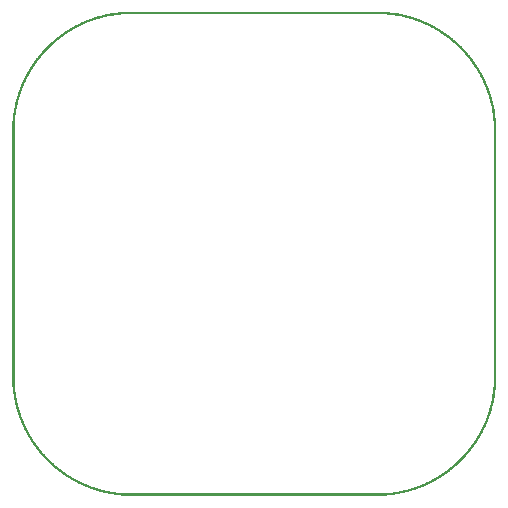
<source format=gbo>
G04 MADE WITH FRITZING*
G04 WWW.FRITZING.ORG*
G04 DOUBLE SIDED*
G04 HOLES PLATED*
G04 CONTOUR ON CENTER OF CONTOUR VECTOR*
%ASAXBY*%
%FSLAX23Y23*%
%MOIN*%
%OFA0B0*%
%SFA1.0B1.0*%
%ADD10R,0.001000X0.001000*%
%LNSILK0*%
G90*
G70*
G54D10*
X378Y1614D02*
X1237Y1614D01*
X364Y1613D02*
X1251Y1613D01*
X354Y1612D02*
X1261Y1612D01*
X346Y1611D02*
X1269Y1611D01*
X339Y1610D02*
X1276Y1610D01*
X333Y1609D02*
X1282Y1609D01*
X327Y1608D02*
X1288Y1608D01*
X322Y1607D02*
X1293Y1607D01*
X317Y1606D02*
X378Y1606D01*
X1237Y1606D02*
X1298Y1606D01*
X312Y1605D02*
X363Y1605D01*
X1252Y1605D02*
X1303Y1605D01*
X308Y1604D02*
X353Y1604D01*
X1262Y1604D02*
X1307Y1604D01*
X303Y1603D02*
X345Y1603D01*
X1270Y1603D02*
X1312Y1603D01*
X299Y1602D02*
X338Y1602D01*
X1277Y1602D02*
X1316Y1602D01*
X296Y1601D02*
X332Y1601D01*
X1283Y1601D02*
X1319Y1601D01*
X292Y1600D02*
X326Y1600D01*
X1289Y1600D02*
X1323Y1600D01*
X288Y1599D02*
X321Y1599D01*
X1294Y1599D02*
X1327Y1599D01*
X285Y1598D02*
X316Y1598D01*
X1299Y1598D02*
X1330Y1598D01*
X282Y1597D02*
X311Y1597D01*
X1304Y1597D02*
X1333Y1597D01*
X279Y1596D02*
X307Y1596D01*
X1308Y1596D02*
X1336Y1596D01*
X275Y1595D02*
X303Y1595D01*
X1312Y1595D02*
X1340Y1595D01*
X272Y1594D02*
X299Y1594D01*
X1316Y1594D02*
X1343Y1594D01*
X269Y1593D02*
X295Y1593D01*
X1320Y1593D02*
X1346Y1593D01*
X267Y1592D02*
X292Y1592D01*
X1323Y1592D02*
X1348Y1592D01*
X264Y1591D02*
X288Y1591D01*
X1327Y1591D02*
X1351Y1591D01*
X261Y1590D02*
X285Y1590D01*
X1330Y1590D02*
X1354Y1590D01*
X258Y1589D02*
X281Y1589D01*
X1334Y1589D02*
X1356Y1589D01*
X256Y1588D02*
X278Y1588D01*
X1336Y1588D02*
X1359Y1588D01*
X253Y1587D02*
X276Y1587D01*
X1339Y1587D02*
X1362Y1587D01*
X251Y1586D02*
X273Y1586D01*
X1342Y1586D02*
X1364Y1586D01*
X248Y1585D02*
X270Y1585D01*
X1345Y1585D02*
X1367Y1585D01*
X246Y1584D02*
X267Y1584D01*
X1348Y1584D02*
X1369Y1584D01*
X243Y1583D02*
X264Y1583D01*
X1351Y1583D02*
X1372Y1583D01*
X241Y1582D02*
X261Y1582D01*
X1354Y1582D02*
X1374Y1582D01*
X239Y1581D02*
X259Y1581D01*
X1356Y1581D02*
X1376Y1581D01*
X237Y1580D02*
X256Y1580D01*
X1359Y1580D02*
X1378Y1580D01*
X234Y1579D02*
X254Y1579D01*
X1361Y1579D02*
X1380Y1579D01*
X232Y1578D02*
X251Y1578D01*
X1364Y1578D02*
X1383Y1578D01*
X230Y1577D02*
X248Y1577D01*
X1367Y1577D02*
X1385Y1577D01*
X228Y1576D02*
X246Y1576D01*
X1369Y1576D02*
X1387Y1576D01*
X226Y1575D02*
X244Y1575D01*
X1371Y1575D02*
X1389Y1575D01*
X224Y1574D02*
X242Y1574D01*
X1373Y1574D02*
X1391Y1574D01*
X222Y1573D02*
X239Y1573D01*
X1376Y1573D02*
X1393Y1573D01*
X220Y1572D02*
X237Y1572D01*
X1378Y1572D02*
X1395Y1572D01*
X218Y1571D02*
X235Y1571D01*
X1380Y1571D02*
X1397Y1571D01*
X216Y1570D02*
X233Y1570D01*
X1382Y1570D02*
X1399Y1570D01*
X214Y1569D02*
X230Y1569D01*
X1385Y1569D02*
X1401Y1569D01*
X212Y1568D02*
X228Y1568D01*
X1387Y1568D02*
X1403Y1568D01*
X210Y1567D02*
X226Y1567D01*
X1389Y1567D02*
X1405Y1567D01*
X208Y1566D02*
X224Y1566D01*
X1391Y1566D02*
X1407Y1566D01*
X206Y1565D02*
X222Y1565D01*
X1393Y1565D02*
X1409Y1565D01*
X205Y1564D02*
X220Y1564D01*
X1395Y1564D02*
X1410Y1564D01*
X203Y1563D02*
X219Y1563D01*
X1396Y1563D02*
X1412Y1563D01*
X201Y1562D02*
X217Y1562D01*
X1398Y1562D02*
X1414Y1562D01*
X200Y1561D02*
X215Y1561D01*
X1400Y1561D02*
X1415Y1561D01*
X198Y1560D02*
X213Y1560D01*
X1402Y1560D02*
X1417Y1560D01*
X196Y1559D02*
X211Y1559D01*
X1404Y1559D02*
X1419Y1559D01*
X194Y1558D02*
X209Y1558D01*
X1406Y1558D02*
X1421Y1558D01*
X193Y1557D02*
X207Y1557D01*
X1408Y1557D02*
X1422Y1557D01*
X191Y1556D02*
X206Y1556D01*
X1409Y1556D02*
X1424Y1556D01*
X189Y1555D02*
X204Y1555D01*
X1411Y1555D02*
X1426Y1555D01*
X188Y1554D02*
X202Y1554D01*
X1413Y1554D02*
X1427Y1554D01*
X186Y1553D02*
X200Y1553D01*
X1415Y1553D02*
X1429Y1553D01*
X185Y1552D02*
X199Y1552D01*
X1416Y1552D02*
X1430Y1552D01*
X183Y1551D02*
X197Y1551D01*
X1418Y1551D02*
X1432Y1551D01*
X182Y1550D02*
X195Y1550D01*
X1420Y1550D02*
X1433Y1550D01*
X180Y1549D02*
X194Y1549D01*
X1421Y1549D02*
X1435Y1549D01*
X178Y1548D02*
X192Y1548D01*
X1423Y1548D02*
X1437Y1548D01*
X177Y1547D02*
X191Y1547D01*
X1424Y1547D02*
X1438Y1547D01*
X175Y1546D02*
X189Y1546D01*
X1426Y1546D02*
X1440Y1546D01*
X174Y1545D02*
X187Y1545D01*
X1428Y1545D02*
X1441Y1545D01*
X173Y1544D02*
X186Y1544D01*
X1429Y1544D02*
X1442Y1544D01*
X171Y1543D02*
X184Y1543D01*
X1431Y1543D02*
X1444Y1543D01*
X170Y1542D02*
X183Y1542D01*
X1432Y1542D02*
X1445Y1542D01*
X168Y1541D02*
X181Y1541D01*
X1434Y1541D02*
X1447Y1541D01*
X167Y1540D02*
X180Y1540D01*
X1435Y1540D02*
X1448Y1540D01*
X166Y1539D02*
X178Y1539D01*
X1437Y1539D02*
X1449Y1539D01*
X164Y1538D02*
X177Y1538D01*
X1438Y1538D02*
X1451Y1538D01*
X163Y1537D02*
X175Y1537D01*
X1440Y1537D02*
X1452Y1537D01*
X161Y1536D02*
X174Y1536D01*
X1441Y1536D02*
X1454Y1536D01*
X160Y1535D02*
X173Y1535D01*
X1442Y1535D02*
X1455Y1535D01*
X159Y1534D02*
X171Y1534D01*
X1444Y1534D02*
X1456Y1534D01*
X157Y1533D02*
X170Y1533D01*
X1445Y1533D02*
X1458Y1533D01*
X156Y1532D02*
X168Y1532D01*
X1447Y1532D02*
X1459Y1532D01*
X155Y1531D02*
X167Y1531D01*
X1448Y1531D02*
X1460Y1531D01*
X154Y1530D02*
X166Y1530D01*
X1449Y1530D02*
X1461Y1530D01*
X152Y1529D02*
X164Y1529D01*
X1451Y1529D02*
X1463Y1529D01*
X151Y1528D02*
X163Y1528D01*
X1452Y1528D02*
X1464Y1528D01*
X150Y1527D02*
X162Y1527D01*
X1453Y1527D02*
X1465Y1527D01*
X149Y1526D02*
X160Y1526D01*
X1455Y1526D02*
X1466Y1526D01*
X147Y1525D02*
X159Y1525D01*
X1456Y1525D02*
X1468Y1525D01*
X146Y1524D02*
X158Y1524D01*
X1457Y1524D02*
X1469Y1524D01*
X145Y1523D02*
X157Y1523D01*
X1458Y1523D02*
X1470Y1523D01*
X144Y1522D02*
X155Y1522D01*
X1460Y1522D02*
X1471Y1522D01*
X142Y1521D02*
X154Y1521D01*
X1461Y1521D02*
X1473Y1521D01*
X141Y1520D02*
X153Y1520D01*
X1462Y1520D02*
X1474Y1520D01*
X140Y1519D02*
X152Y1519D01*
X1463Y1519D02*
X1475Y1519D01*
X139Y1518D02*
X150Y1518D01*
X1465Y1518D02*
X1476Y1518D01*
X138Y1517D02*
X149Y1517D01*
X1466Y1517D02*
X1477Y1517D01*
X137Y1516D02*
X148Y1516D01*
X1467Y1516D02*
X1478Y1516D01*
X136Y1515D02*
X147Y1515D01*
X1468Y1515D02*
X1479Y1515D01*
X134Y1514D02*
X146Y1514D01*
X1469Y1514D02*
X1481Y1514D01*
X133Y1513D02*
X144Y1513D01*
X1471Y1513D02*
X1482Y1513D01*
X132Y1512D02*
X143Y1512D01*
X1472Y1512D02*
X1483Y1512D01*
X131Y1511D02*
X142Y1511D01*
X1473Y1511D02*
X1484Y1511D01*
X130Y1510D02*
X141Y1510D01*
X1474Y1510D02*
X1485Y1510D01*
X129Y1509D02*
X140Y1509D01*
X1475Y1509D02*
X1486Y1509D01*
X128Y1508D02*
X139Y1508D01*
X1476Y1508D02*
X1487Y1508D01*
X127Y1507D02*
X138Y1507D01*
X1477Y1507D02*
X1488Y1507D01*
X126Y1506D02*
X136Y1506D01*
X1479Y1506D02*
X1489Y1506D01*
X125Y1505D02*
X135Y1505D01*
X1480Y1505D02*
X1490Y1505D01*
X124Y1504D02*
X134Y1504D01*
X1481Y1504D02*
X1491Y1504D01*
X123Y1503D02*
X133Y1503D01*
X1482Y1503D02*
X1492Y1503D01*
X122Y1502D02*
X132Y1502D01*
X1483Y1502D02*
X1493Y1502D01*
X120Y1501D02*
X131Y1501D01*
X1484Y1501D02*
X1495Y1501D01*
X119Y1500D02*
X130Y1500D01*
X1485Y1500D02*
X1496Y1500D01*
X118Y1499D02*
X129Y1499D01*
X1486Y1499D02*
X1497Y1499D01*
X117Y1498D02*
X128Y1498D01*
X1487Y1498D02*
X1498Y1498D01*
X116Y1497D02*
X127Y1497D01*
X1488Y1497D02*
X1499Y1497D01*
X115Y1496D02*
X126Y1496D01*
X1489Y1496D02*
X1500Y1496D01*
X114Y1495D02*
X125Y1495D01*
X1490Y1495D02*
X1501Y1495D01*
X114Y1494D02*
X124Y1494D01*
X1491Y1494D02*
X1501Y1494D01*
X113Y1493D02*
X123Y1493D01*
X1492Y1493D02*
X1502Y1493D01*
X112Y1492D02*
X122Y1492D01*
X1493Y1492D02*
X1503Y1492D01*
X111Y1491D02*
X121Y1491D01*
X1494Y1491D02*
X1504Y1491D01*
X110Y1490D02*
X120Y1490D01*
X1495Y1490D02*
X1505Y1490D01*
X109Y1489D02*
X119Y1489D01*
X1496Y1489D02*
X1506Y1489D01*
X108Y1488D02*
X118Y1488D01*
X1497Y1488D02*
X1507Y1488D01*
X107Y1487D02*
X117Y1487D01*
X1498Y1487D02*
X1508Y1487D01*
X106Y1486D02*
X116Y1486D01*
X1499Y1486D02*
X1509Y1486D01*
X105Y1485D02*
X115Y1485D01*
X1500Y1485D02*
X1510Y1485D01*
X104Y1484D02*
X114Y1484D01*
X1501Y1484D02*
X1511Y1484D01*
X103Y1483D02*
X113Y1483D01*
X1502Y1483D02*
X1512Y1483D01*
X102Y1482D02*
X112Y1482D01*
X1503Y1482D02*
X1513Y1482D01*
X101Y1481D02*
X111Y1481D01*
X1504Y1481D02*
X1514Y1481D01*
X101Y1480D02*
X110Y1480D01*
X1505Y1480D02*
X1514Y1480D01*
X100Y1479D02*
X109Y1479D01*
X1506Y1479D02*
X1515Y1479D01*
X99Y1478D02*
X108Y1478D01*
X1507Y1478D02*
X1516Y1478D01*
X98Y1477D02*
X108Y1477D01*
X1507Y1477D02*
X1517Y1477D01*
X97Y1476D02*
X107Y1476D01*
X1508Y1476D02*
X1518Y1476D01*
X96Y1475D02*
X106Y1475D01*
X1509Y1475D02*
X1519Y1475D01*
X95Y1474D02*
X105Y1474D01*
X1510Y1474D02*
X1520Y1474D01*
X94Y1473D02*
X104Y1473D01*
X1511Y1473D02*
X1520Y1473D01*
X94Y1472D02*
X103Y1472D01*
X1512Y1472D02*
X1521Y1472D01*
X93Y1471D02*
X102Y1471D01*
X1513Y1471D02*
X1522Y1471D01*
X92Y1470D02*
X101Y1470D01*
X1514Y1470D02*
X1523Y1470D01*
X91Y1469D02*
X101Y1469D01*
X1514Y1469D02*
X1524Y1469D01*
X90Y1468D02*
X100Y1468D01*
X1515Y1468D02*
X1525Y1468D01*
X90Y1467D02*
X99Y1467D01*
X1516Y1467D02*
X1525Y1467D01*
X89Y1466D02*
X98Y1466D01*
X1517Y1466D02*
X1526Y1466D01*
X88Y1465D02*
X97Y1465D01*
X1518Y1465D02*
X1527Y1465D01*
X87Y1464D02*
X96Y1464D01*
X1519Y1464D02*
X1528Y1464D01*
X86Y1463D02*
X96Y1463D01*
X1519Y1463D02*
X1529Y1463D01*
X86Y1462D02*
X95Y1462D01*
X1520Y1462D02*
X1529Y1462D01*
X85Y1461D02*
X94Y1461D01*
X1521Y1461D02*
X1530Y1461D01*
X84Y1460D02*
X93Y1460D01*
X1522Y1460D02*
X1531Y1460D01*
X83Y1459D02*
X92Y1459D01*
X1523Y1459D02*
X1532Y1459D01*
X82Y1458D02*
X92Y1458D01*
X1523Y1458D02*
X1533Y1458D01*
X82Y1457D02*
X91Y1457D01*
X1524Y1457D02*
X1533Y1457D01*
X81Y1456D02*
X90Y1456D01*
X1525Y1456D02*
X1534Y1456D01*
X80Y1455D02*
X89Y1455D01*
X1526Y1455D02*
X1535Y1455D01*
X79Y1454D02*
X88Y1454D01*
X1527Y1454D02*
X1536Y1454D01*
X79Y1453D02*
X88Y1453D01*
X1527Y1453D02*
X1536Y1453D01*
X78Y1452D02*
X87Y1452D01*
X1528Y1452D02*
X1537Y1452D01*
X77Y1451D02*
X86Y1451D01*
X1529Y1451D02*
X1538Y1451D01*
X77Y1450D02*
X85Y1450D01*
X1530Y1450D02*
X1538Y1450D01*
X76Y1449D02*
X85Y1449D01*
X1530Y1449D02*
X1539Y1449D01*
X75Y1448D02*
X84Y1448D01*
X1531Y1448D02*
X1540Y1448D01*
X74Y1447D02*
X83Y1447D01*
X1532Y1447D02*
X1541Y1447D01*
X74Y1446D02*
X82Y1446D01*
X1533Y1446D02*
X1541Y1446D01*
X73Y1445D02*
X82Y1445D01*
X1533Y1445D02*
X1542Y1445D01*
X72Y1444D02*
X81Y1444D01*
X1534Y1444D02*
X1543Y1444D01*
X72Y1443D02*
X80Y1443D01*
X1535Y1443D02*
X1543Y1443D01*
X71Y1442D02*
X80Y1442D01*
X1535Y1442D02*
X1544Y1442D01*
X70Y1441D02*
X79Y1441D01*
X1536Y1441D02*
X1545Y1441D01*
X69Y1440D02*
X78Y1440D01*
X1537Y1440D02*
X1546Y1440D01*
X69Y1439D02*
X77Y1439D01*
X1538Y1439D02*
X1546Y1439D01*
X68Y1438D02*
X77Y1438D01*
X1538Y1438D02*
X1547Y1438D01*
X67Y1437D02*
X76Y1437D01*
X1539Y1437D02*
X1548Y1437D01*
X67Y1436D02*
X75Y1436D01*
X1540Y1436D02*
X1548Y1436D01*
X66Y1435D02*
X75Y1435D01*
X1540Y1435D02*
X1549Y1435D01*
X66Y1434D02*
X74Y1434D01*
X1541Y1434D02*
X1549Y1434D01*
X65Y1433D02*
X73Y1433D01*
X1542Y1433D02*
X1550Y1433D01*
X64Y1432D02*
X73Y1432D01*
X1542Y1432D02*
X1551Y1432D01*
X64Y1431D02*
X72Y1431D01*
X1543Y1431D02*
X1551Y1431D01*
X63Y1430D02*
X71Y1430D01*
X1544Y1430D02*
X1552Y1430D01*
X62Y1429D02*
X71Y1429D01*
X1544Y1429D02*
X1553Y1429D01*
X62Y1428D02*
X70Y1428D01*
X1545Y1428D02*
X1553Y1428D01*
X61Y1427D02*
X69Y1427D01*
X1546Y1427D02*
X1554Y1427D01*
X60Y1426D02*
X69Y1426D01*
X1546Y1426D02*
X1555Y1426D01*
X60Y1425D02*
X68Y1425D01*
X1547Y1425D02*
X1555Y1425D01*
X59Y1424D02*
X68Y1424D01*
X1547Y1424D02*
X1556Y1424D01*
X59Y1423D02*
X67Y1423D01*
X1548Y1423D02*
X1556Y1423D01*
X58Y1422D02*
X66Y1422D01*
X1549Y1422D02*
X1557Y1422D01*
X57Y1421D02*
X66Y1421D01*
X1549Y1421D02*
X1558Y1421D01*
X57Y1420D02*
X65Y1420D01*
X1550Y1420D02*
X1558Y1420D01*
X56Y1419D02*
X64Y1419D01*
X1551Y1419D02*
X1559Y1419D01*
X56Y1418D02*
X64Y1418D01*
X1551Y1418D02*
X1559Y1418D01*
X55Y1417D02*
X63Y1417D01*
X1552Y1417D02*
X1560Y1417D01*
X55Y1416D02*
X63Y1416D01*
X1552Y1416D02*
X1560Y1416D01*
X54Y1415D02*
X62Y1415D01*
X1553Y1415D02*
X1561Y1415D01*
X53Y1414D02*
X61Y1414D01*
X1554Y1414D02*
X1562Y1414D01*
X53Y1413D02*
X61Y1413D01*
X1554Y1413D02*
X1562Y1413D01*
X52Y1412D02*
X60Y1412D01*
X1555Y1412D02*
X1563Y1412D01*
X52Y1411D02*
X60Y1411D01*
X1555Y1411D02*
X1563Y1411D01*
X51Y1410D02*
X59Y1410D01*
X1556Y1410D02*
X1564Y1410D01*
X50Y1409D02*
X59Y1409D01*
X1556Y1409D02*
X1565Y1409D01*
X50Y1408D02*
X58Y1408D01*
X1557Y1408D02*
X1565Y1408D01*
X49Y1407D02*
X57Y1407D01*
X1558Y1407D02*
X1566Y1407D01*
X49Y1406D02*
X57Y1406D01*
X1558Y1406D02*
X1566Y1406D01*
X48Y1405D02*
X56Y1405D01*
X1559Y1405D02*
X1567Y1405D01*
X48Y1404D02*
X56Y1404D01*
X1559Y1404D02*
X1567Y1404D01*
X47Y1403D02*
X55Y1403D01*
X1560Y1403D02*
X1568Y1403D01*
X47Y1402D02*
X55Y1402D01*
X1560Y1402D02*
X1568Y1402D01*
X46Y1401D02*
X54Y1401D01*
X1561Y1401D02*
X1569Y1401D01*
X46Y1400D02*
X54Y1400D01*
X1561Y1400D02*
X1569Y1400D01*
X45Y1399D02*
X53Y1399D01*
X1562Y1399D02*
X1570Y1399D01*
X45Y1398D02*
X53Y1398D01*
X1562Y1398D02*
X1570Y1398D01*
X44Y1397D02*
X52Y1397D01*
X1563Y1397D02*
X1571Y1397D01*
X44Y1396D02*
X52Y1396D01*
X1563Y1396D02*
X1571Y1396D01*
X43Y1395D02*
X51Y1395D01*
X1564Y1395D02*
X1572Y1395D01*
X43Y1394D02*
X50Y1394D01*
X1565Y1394D02*
X1572Y1394D01*
X42Y1393D02*
X50Y1393D01*
X1565Y1393D02*
X1573Y1393D01*
X42Y1392D02*
X49Y1392D01*
X1566Y1392D02*
X1573Y1392D01*
X41Y1391D02*
X49Y1391D01*
X1566Y1391D02*
X1574Y1391D01*
X41Y1390D02*
X48Y1390D01*
X1567Y1390D02*
X1574Y1390D01*
X40Y1389D02*
X48Y1389D01*
X1567Y1389D02*
X1575Y1389D01*
X40Y1388D02*
X47Y1388D01*
X1568Y1388D02*
X1575Y1388D01*
X39Y1387D02*
X47Y1387D01*
X1568Y1387D02*
X1576Y1387D01*
X39Y1386D02*
X46Y1386D01*
X1569Y1386D02*
X1576Y1386D01*
X38Y1385D02*
X46Y1385D01*
X1569Y1385D02*
X1577Y1385D01*
X38Y1384D02*
X45Y1384D01*
X1570Y1384D02*
X1577Y1384D01*
X37Y1383D02*
X45Y1383D01*
X1570Y1383D02*
X1578Y1383D01*
X37Y1382D02*
X45Y1382D01*
X1570Y1382D02*
X1578Y1382D01*
X37Y1381D02*
X44Y1381D01*
X1571Y1381D02*
X1578Y1381D01*
X36Y1380D02*
X44Y1380D01*
X1571Y1380D02*
X1579Y1380D01*
X36Y1379D02*
X43Y1379D01*
X1572Y1379D02*
X1579Y1379D01*
X35Y1378D02*
X43Y1378D01*
X1572Y1378D02*
X1580Y1378D01*
X35Y1377D02*
X42Y1377D01*
X1573Y1377D02*
X1580Y1377D01*
X34Y1376D02*
X42Y1376D01*
X1573Y1376D02*
X1581Y1376D01*
X34Y1375D02*
X41Y1375D01*
X1574Y1375D02*
X1581Y1375D01*
X33Y1374D02*
X41Y1374D01*
X1574Y1374D02*
X1582Y1374D01*
X33Y1373D02*
X41Y1373D01*
X1574Y1373D02*
X1582Y1373D01*
X32Y1372D02*
X40Y1372D01*
X1575Y1372D02*
X1583Y1372D01*
X32Y1371D02*
X40Y1371D01*
X1575Y1371D02*
X1583Y1371D01*
X32Y1370D02*
X39Y1370D01*
X1576Y1370D02*
X1583Y1370D01*
X31Y1369D02*
X39Y1369D01*
X1576Y1369D02*
X1584Y1369D01*
X31Y1368D02*
X38Y1368D01*
X1577Y1368D02*
X1584Y1368D01*
X30Y1367D02*
X38Y1367D01*
X1577Y1367D02*
X1585Y1367D01*
X30Y1366D02*
X37Y1366D01*
X1578Y1366D02*
X1585Y1366D01*
X30Y1365D02*
X37Y1365D01*
X1578Y1365D02*
X1585Y1365D01*
X29Y1364D02*
X37Y1364D01*
X1578Y1364D02*
X1586Y1364D01*
X29Y1363D02*
X36Y1363D01*
X1579Y1363D02*
X1586Y1363D01*
X28Y1362D02*
X36Y1362D01*
X1579Y1362D02*
X1587Y1362D01*
X28Y1361D02*
X36Y1361D01*
X1579Y1361D02*
X1587Y1361D01*
X28Y1360D02*
X35Y1360D01*
X1580Y1360D02*
X1587Y1360D01*
X27Y1359D02*
X35Y1359D01*
X1580Y1359D02*
X1588Y1359D01*
X27Y1358D02*
X34Y1358D01*
X1581Y1358D02*
X1588Y1358D01*
X27Y1357D02*
X34Y1357D01*
X1581Y1357D02*
X1588Y1357D01*
X26Y1356D02*
X34Y1356D01*
X1581Y1356D02*
X1589Y1356D01*
X26Y1355D02*
X33Y1355D01*
X1582Y1355D02*
X1589Y1355D01*
X25Y1354D02*
X33Y1354D01*
X1582Y1354D02*
X1590Y1354D01*
X25Y1353D02*
X32Y1353D01*
X1583Y1353D02*
X1590Y1353D01*
X25Y1352D02*
X32Y1352D01*
X1583Y1352D02*
X1590Y1352D01*
X24Y1351D02*
X32Y1351D01*
X1583Y1351D02*
X1591Y1351D01*
X24Y1350D02*
X31Y1350D01*
X1584Y1350D02*
X1591Y1350D01*
X24Y1349D02*
X31Y1349D01*
X1584Y1349D02*
X1591Y1349D01*
X23Y1348D02*
X31Y1348D01*
X1584Y1348D02*
X1592Y1348D01*
X23Y1347D02*
X30Y1347D01*
X1585Y1347D02*
X1592Y1347D01*
X22Y1346D02*
X30Y1346D01*
X1585Y1346D02*
X1593Y1346D01*
X22Y1345D02*
X30Y1345D01*
X1585Y1345D02*
X1593Y1345D01*
X22Y1344D02*
X29Y1344D01*
X1586Y1344D02*
X1593Y1344D01*
X21Y1343D02*
X29Y1343D01*
X1586Y1343D02*
X1594Y1343D01*
X21Y1342D02*
X29Y1342D01*
X1586Y1342D02*
X1594Y1342D01*
X21Y1341D02*
X28Y1341D01*
X1587Y1341D02*
X1594Y1341D01*
X20Y1340D02*
X28Y1340D01*
X1587Y1340D02*
X1595Y1340D01*
X20Y1339D02*
X28Y1339D01*
X1587Y1339D02*
X1595Y1339D01*
X20Y1338D02*
X27Y1338D01*
X1588Y1338D02*
X1595Y1338D01*
X20Y1337D02*
X27Y1337D01*
X1588Y1337D02*
X1595Y1337D01*
X19Y1336D02*
X26Y1336D01*
X1588Y1336D02*
X1596Y1336D01*
X19Y1335D02*
X26Y1335D01*
X1589Y1335D02*
X1596Y1335D01*
X19Y1334D02*
X26Y1334D01*
X1589Y1334D02*
X1596Y1334D01*
X18Y1333D02*
X25Y1333D01*
X1590Y1333D02*
X1597Y1333D01*
X18Y1332D02*
X25Y1332D01*
X1590Y1332D02*
X1597Y1332D01*
X18Y1331D02*
X25Y1331D01*
X1590Y1331D02*
X1597Y1331D01*
X17Y1330D02*
X25Y1330D01*
X1590Y1330D02*
X1598Y1330D01*
X17Y1329D02*
X24Y1329D01*
X1591Y1329D02*
X1598Y1329D01*
X17Y1328D02*
X24Y1328D01*
X1591Y1328D02*
X1598Y1328D01*
X16Y1327D02*
X24Y1327D01*
X1591Y1327D02*
X1599Y1327D01*
X16Y1326D02*
X23Y1326D01*
X1592Y1326D02*
X1599Y1326D01*
X16Y1325D02*
X23Y1325D01*
X1592Y1325D02*
X1599Y1325D01*
X16Y1324D02*
X23Y1324D01*
X1592Y1324D02*
X1599Y1324D01*
X15Y1323D02*
X23Y1323D01*
X1592Y1323D02*
X1600Y1323D01*
X15Y1322D02*
X22Y1322D01*
X1593Y1322D02*
X1600Y1322D01*
X15Y1321D02*
X22Y1321D01*
X1593Y1321D02*
X1600Y1321D01*
X15Y1320D02*
X22Y1320D01*
X1593Y1320D02*
X1600Y1320D01*
X14Y1319D02*
X21Y1319D01*
X1594Y1319D02*
X1601Y1319D01*
X14Y1318D02*
X21Y1318D01*
X1594Y1318D02*
X1601Y1318D01*
X14Y1317D02*
X21Y1317D01*
X1594Y1317D02*
X1601Y1317D01*
X13Y1316D02*
X21Y1316D01*
X1594Y1316D02*
X1602Y1316D01*
X13Y1315D02*
X20Y1315D01*
X1595Y1315D02*
X1602Y1315D01*
X13Y1314D02*
X20Y1314D01*
X1595Y1314D02*
X1602Y1314D01*
X13Y1313D02*
X20Y1313D01*
X1595Y1313D02*
X1602Y1313D01*
X12Y1312D02*
X20Y1312D01*
X1595Y1312D02*
X1602Y1312D01*
X12Y1311D02*
X19Y1311D01*
X1596Y1311D02*
X1603Y1311D01*
X12Y1310D02*
X19Y1310D01*
X1596Y1310D02*
X1603Y1310D01*
X12Y1309D02*
X19Y1309D01*
X1596Y1309D02*
X1603Y1309D01*
X12Y1308D02*
X19Y1308D01*
X1596Y1308D02*
X1603Y1308D01*
X11Y1307D02*
X18Y1307D01*
X1597Y1307D02*
X1604Y1307D01*
X11Y1306D02*
X18Y1306D01*
X1597Y1306D02*
X1604Y1306D01*
X11Y1305D02*
X18Y1305D01*
X1597Y1305D02*
X1604Y1305D01*
X11Y1304D02*
X18Y1304D01*
X1597Y1304D02*
X1604Y1304D01*
X10Y1303D02*
X17Y1303D01*
X1598Y1303D02*
X1605Y1303D01*
X10Y1302D02*
X17Y1302D01*
X1598Y1302D02*
X1605Y1302D01*
X10Y1301D02*
X17Y1301D01*
X1598Y1301D02*
X1605Y1301D01*
X10Y1300D02*
X17Y1300D01*
X1598Y1300D02*
X1605Y1300D01*
X10Y1299D02*
X17Y1299D01*
X1598Y1299D02*
X1605Y1299D01*
X9Y1298D02*
X16Y1298D01*
X1599Y1298D02*
X1606Y1298D01*
X9Y1297D02*
X16Y1297D01*
X1599Y1297D02*
X1606Y1297D01*
X9Y1296D02*
X16Y1296D01*
X1599Y1296D02*
X1606Y1296D01*
X9Y1295D02*
X16Y1295D01*
X1599Y1295D02*
X1606Y1295D01*
X9Y1294D02*
X16Y1294D01*
X1599Y1294D02*
X1606Y1294D01*
X8Y1293D02*
X15Y1293D01*
X1600Y1293D02*
X1607Y1293D01*
X8Y1292D02*
X15Y1292D01*
X1600Y1292D02*
X1607Y1292D01*
X8Y1291D02*
X15Y1291D01*
X1600Y1291D02*
X1607Y1291D01*
X8Y1290D02*
X15Y1290D01*
X1600Y1290D02*
X1607Y1290D01*
X8Y1289D02*
X15Y1289D01*
X1600Y1289D02*
X1607Y1289D01*
X7Y1288D02*
X14Y1288D01*
X1601Y1288D02*
X1608Y1288D01*
X7Y1287D02*
X14Y1287D01*
X1601Y1287D02*
X1608Y1287D01*
X7Y1286D02*
X14Y1286D01*
X1601Y1286D02*
X1608Y1286D01*
X7Y1285D02*
X14Y1285D01*
X1601Y1285D02*
X1608Y1285D01*
X7Y1284D02*
X14Y1284D01*
X1601Y1284D02*
X1608Y1284D01*
X7Y1283D02*
X14Y1283D01*
X1601Y1283D02*
X1608Y1283D01*
X6Y1282D02*
X13Y1282D01*
X1602Y1282D02*
X1609Y1282D01*
X6Y1281D02*
X13Y1281D01*
X1602Y1281D02*
X1609Y1281D01*
X6Y1280D02*
X13Y1280D01*
X1602Y1280D02*
X1609Y1280D01*
X6Y1279D02*
X13Y1279D01*
X1602Y1279D02*
X1609Y1279D01*
X6Y1278D02*
X13Y1278D01*
X1602Y1278D02*
X1609Y1278D01*
X6Y1277D02*
X13Y1277D01*
X1602Y1277D02*
X1609Y1277D01*
X5Y1276D02*
X12Y1276D01*
X1603Y1276D02*
X1610Y1276D01*
X5Y1275D02*
X12Y1275D01*
X1603Y1275D02*
X1610Y1275D01*
X5Y1274D02*
X12Y1274D01*
X1603Y1274D02*
X1610Y1274D01*
X5Y1273D02*
X12Y1273D01*
X1603Y1273D02*
X1610Y1273D01*
X5Y1272D02*
X12Y1272D01*
X1603Y1272D02*
X1610Y1272D01*
X5Y1271D02*
X12Y1271D01*
X1603Y1271D02*
X1610Y1271D01*
X5Y1270D02*
X12Y1270D01*
X1603Y1270D02*
X1610Y1270D01*
X4Y1269D02*
X11Y1269D01*
X1604Y1269D02*
X1611Y1269D01*
X4Y1268D02*
X11Y1268D01*
X1604Y1268D02*
X1611Y1268D01*
X4Y1267D02*
X11Y1267D01*
X1604Y1267D02*
X1611Y1267D01*
X4Y1266D02*
X11Y1266D01*
X1604Y1266D02*
X1611Y1266D01*
X4Y1265D02*
X11Y1265D01*
X1604Y1265D02*
X1611Y1265D01*
X4Y1264D02*
X11Y1264D01*
X1604Y1264D02*
X1611Y1264D01*
X4Y1263D02*
X11Y1263D01*
X1604Y1263D02*
X1611Y1263D01*
X4Y1262D02*
X11Y1262D01*
X1604Y1262D02*
X1611Y1262D01*
X3Y1261D02*
X10Y1261D01*
X1605Y1261D02*
X1612Y1261D01*
X3Y1260D02*
X10Y1260D01*
X1605Y1260D02*
X1612Y1260D01*
X3Y1259D02*
X10Y1259D01*
X1605Y1259D02*
X1612Y1259D01*
X3Y1258D02*
X10Y1258D01*
X1605Y1258D02*
X1612Y1258D01*
X3Y1257D02*
X10Y1257D01*
X1605Y1257D02*
X1612Y1257D01*
X3Y1256D02*
X10Y1256D01*
X1605Y1256D02*
X1612Y1256D01*
X3Y1255D02*
X10Y1255D01*
X1605Y1255D02*
X1612Y1255D01*
X3Y1254D02*
X10Y1254D01*
X1605Y1254D02*
X1612Y1254D01*
X3Y1253D02*
X10Y1253D01*
X1605Y1253D02*
X1612Y1253D01*
X3Y1252D02*
X10Y1252D01*
X1605Y1252D02*
X1612Y1252D01*
X2Y1251D02*
X9Y1251D01*
X1606Y1251D02*
X1613Y1251D01*
X2Y1250D02*
X9Y1250D01*
X1606Y1250D02*
X1613Y1250D01*
X2Y1249D02*
X9Y1249D01*
X1606Y1249D02*
X1613Y1249D01*
X2Y1248D02*
X9Y1248D01*
X1606Y1248D02*
X1613Y1248D01*
X2Y1247D02*
X9Y1247D01*
X1606Y1247D02*
X1613Y1247D01*
X2Y1246D02*
X9Y1246D01*
X1606Y1246D02*
X1613Y1246D01*
X2Y1245D02*
X9Y1245D01*
X1606Y1245D02*
X1613Y1245D01*
X2Y1244D02*
X9Y1244D01*
X1606Y1244D02*
X1613Y1244D01*
X2Y1243D02*
X9Y1243D01*
X1606Y1243D02*
X1613Y1243D01*
X2Y1242D02*
X9Y1242D01*
X1606Y1242D02*
X1613Y1242D01*
X2Y1241D02*
X9Y1241D01*
X1606Y1241D02*
X1613Y1241D01*
X2Y1240D02*
X9Y1240D01*
X1606Y1240D02*
X1613Y1240D01*
X2Y1239D02*
X9Y1239D01*
X1606Y1239D02*
X1613Y1239D01*
X2Y1238D02*
X9Y1238D01*
X1606Y1238D02*
X1613Y1238D01*
X1Y1237D02*
X9Y1237D01*
X1606Y1237D02*
X1614Y1237D01*
X1Y1236D02*
X8Y1236D01*
X1607Y1236D02*
X1614Y1236D01*
X1Y1235D02*
X8Y1235D01*
X1607Y1235D02*
X1614Y1235D01*
X1Y1234D02*
X8Y1234D01*
X1607Y1234D02*
X1614Y1234D01*
X1Y1233D02*
X8Y1233D01*
X1607Y1233D02*
X1614Y1233D01*
X1Y1232D02*
X8Y1232D01*
X1607Y1232D02*
X1614Y1232D01*
X1Y1231D02*
X8Y1231D01*
X1607Y1231D02*
X1614Y1231D01*
X1Y1230D02*
X8Y1230D01*
X1607Y1230D02*
X1614Y1230D01*
X1Y1229D02*
X8Y1229D01*
X1607Y1229D02*
X1614Y1229D01*
X1Y1228D02*
X8Y1228D01*
X1607Y1228D02*
X1614Y1228D01*
X1Y1227D02*
X8Y1227D01*
X1607Y1227D02*
X1614Y1227D01*
X1Y1226D02*
X8Y1226D01*
X1607Y1226D02*
X1614Y1226D01*
X1Y1225D02*
X8Y1225D01*
X1607Y1225D02*
X1614Y1225D01*
X1Y1224D02*
X8Y1224D01*
X1607Y1224D02*
X1614Y1224D01*
X1Y1223D02*
X8Y1223D01*
X1607Y1223D02*
X1614Y1223D01*
X1Y1222D02*
X8Y1222D01*
X1607Y1222D02*
X1614Y1222D01*
X1Y1221D02*
X8Y1221D01*
X1607Y1221D02*
X1614Y1221D01*
X1Y1220D02*
X8Y1220D01*
X1607Y1220D02*
X1614Y1220D01*
X1Y1219D02*
X8Y1219D01*
X1607Y1219D02*
X1614Y1219D01*
X1Y1218D02*
X8Y1218D01*
X1607Y1218D02*
X1614Y1218D01*
X1Y1217D02*
X8Y1217D01*
X1607Y1217D02*
X1614Y1217D01*
X1Y1216D02*
X8Y1216D01*
X1607Y1216D02*
X1614Y1216D01*
X1Y1215D02*
X8Y1215D01*
X1607Y1215D02*
X1614Y1215D01*
X1Y1214D02*
X8Y1214D01*
X1607Y1214D02*
X1614Y1214D01*
X1Y1213D02*
X8Y1213D01*
X1607Y1213D02*
X1614Y1213D01*
X1Y1212D02*
X8Y1212D01*
X1607Y1212D02*
X1614Y1212D01*
X1Y1211D02*
X8Y1211D01*
X1607Y1211D02*
X1614Y1211D01*
X1Y1210D02*
X8Y1210D01*
X1607Y1210D02*
X1614Y1210D01*
X1Y1209D02*
X8Y1209D01*
X1607Y1209D02*
X1614Y1209D01*
X1Y1208D02*
X8Y1208D01*
X1607Y1208D02*
X1614Y1208D01*
X1Y1207D02*
X8Y1207D01*
X1607Y1207D02*
X1614Y1207D01*
X1Y1206D02*
X8Y1206D01*
X1607Y1206D02*
X1614Y1206D01*
X1Y1205D02*
X8Y1205D01*
X1607Y1205D02*
X1614Y1205D01*
X1Y1204D02*
X8Y1204D01*
X1607Y1204D02*
X1614Y1204D01*
X1Y1203D02*
X8Y1203D01*
X1607Y1203D02*
X1614Y1203D01*
X1Y1202D02*
X8Y1202D01*
X1607Y1202D02*
X1614Y1202D01*
X1Y1201D02*
X8Y1201D01*
X1607Y1201D02*
X1614Y1201D01*
X1Y1200D02*
X8Y1200D01*
X1607Y1200D02*
X1614Y1200D01*
X1Y1199D02*
X8Y1199D01*
X1607Y1199D02*
X1614Y1199D01*
X1Y1198D02*
X8Y1198D01*
X1607Y1198D02*
X1614Y1198D01*
X1Y1197D02*
X8Y1197D01*
X1607Y1197D02*
X1614Y1197D01*
X1Y1196D02*
X8Y1196D01*
X1607Y1196D02*
X1614Y1196D01*
X1Y1195D02*
X8Y1195D01*
X1607Y1195D02*
X1614Y1195D01*
X1Y1194D02*
X8Y1194D01*
X1607Y1194D02*
X1614Y1194D01*
X1Y1193D02*
X8Y1193D01*
X1607Y1193D02*
X1614Y1193D01*
X1Y1192D02*
X8Y1192D01*
X1607Y1192D02*
X1614Y1192D01*
X1Y1191D02*
X8Y1191D01*
X1607Y1191D02*
X1614Y1191D01*
X1Y1190D02*
X8Y1190D01*
X1607Y1190D02*
X1614Y1190D01*
X1Y1189D02*
X8Y1189D01*
X1607Y1189D02*
X1614Y1189D01*
X1Y1188D02*
X8Y1188D01*
X1607Y1188D02*
X1614Y1188D01*
X1Y1187D02*
X8Y1187D01*
X1607Y1187D02*
X1614Y1187D01*
X1Y1186D02*
X8Y1186D01*
X1607Y1186D02*
X1614Y1186D01*
X1Y1185D02*
X8Y1185D01*
X1607Y1185D02*
X1614Y1185D01*
X1Y1184D02*
X8Y1184D01*
X1607Y1184D02*
X1614Y1184D01*
X1Y1183D02*
X8Y1183D01*
X1607Y1183D02*
X1614Y1183D01*
X1Y1182D02*
X8Y1182D01*
X1607Y1182D02*
X1614Y1182D01*
X1Y1181D02*
X8Y1181D01*
X1607Y1181D02*
X1614Y1181D01*
X1Y1180D02*
X8Y1180D01*
X1607Y1180D02*
X1614Y1180D01*
X1Y1179D02*
X8Y1179D01*
X1607Y1179D02*
X1614Y1179D01*
X1Y1178D02*
X8Y1178D01*
X1607Y1178D02*
X1614Y1178D01*
X1Y1177D02*
X8Y1177D01*
X1607Y1177D02*
X1614Y1177D01*
X1Y1176D02*
X8Y1176D01*
X1607Y1176D02*
X1614Y1176D01*
X1Y1175D02*
X8Y1175D01*
X1607Y1175D02*
X1614Y1175D01*
X1Y1174D02*
X8Y1174D01*
X1607Y1174D02*
X1614Y1174D01*
X1Y1173D02*
X8Y1173D01*
X1607Y1173D02*
X1614Y1173D01*
X1Y1172D02*
X8Y1172D01*
X1607Y1172D02*
X1614Y1172D01*
X1Y1171D02*
X8Y1171D01*
X1607Y1171D02*
X1614Y1171D01*
X1Y1170D02*
X8Y1170D01*
X1607Y1170D02*
X1614Y1170D01*
X1Y1169D02*
X8Y1169D01*
X1607Y1169D02*
X1614Y1169D01*
X1Y1168D02*
X8Y1168D01*
X1607Y1168D02*
X1614Y1168D01*
X1Y1167D02*
X8Y1167D01*
X1607Y1167D02*
X1614Y1167D01*
X1Y1166D02*
X8Y1166D01*
X1607Y1166D02*
X1614Y1166D01*
X1Y1165D02*
X8Y1165D01*
X1607Y1165D02*
X1614Y1165D01*
X1Y1164D02*
X8Y1164D01*
X1607Y1164D02*
X1614Y1164D01*
X1Y1163D02*
X8Y1163D01*
X1607Y1163D02*
X1614Y1163D01*
X1Y1162D02*
X8Y1162D01*
X1607Y1162D02*
X1614Y1162D01*
X1Y1161D02*
X8Y1161D01*
X1607Y1161D02*
X1614Y1161D01*
X1Y1160D02*
X8Y1160D01*
X1607Y1160D02*
X1614Y1160D01*
X1Y1159D02*
X8Y1159D01*
X1607Y1159D02*
X1614Y1159D01*
X1Y1158D02*
X8Y1158D01*
X1607Y1158D02*
X1614Y1158D01*
X1Y1157D02*
X8Y1157D01*
X1607Y1157D02*
X1614Y1157D01*
X1Y1156D02*
X8Y1156D01*
X1607Y1156D02*
X1614Y1156D01*
X1Y1155D02*
X8Y1155D01*
X1607Y1155D02*
X1614Y1155D01*
X1Y1154D02*
X8Y1154D01*
X1607Y1154D02*
X1614Y1154D01*
X1Y1153D02*
X8Y1153D01*
X1607Y1153D02*
X1614Y1153D01*
X1Y1152D02*
X8Y1152D01*
X1607Y1152D02*
X1614Y1152D01*
X1Y1151D02*
X8Y1151D01*
X1607Y1151D02*
X1614Y1151D01*
X1Y1150D02*
X8Y1150D01*
X1607Y1150D02*
X1614Y1150D01*
X1Y1149D02*
X8Y1149D01*
X1607Y1149D02*
X1614Y1149D01*
X1Y1148D02*
X8Y1148D01*
X1607Y1148D02*
X1614Y1148D01*
X1Y1147D02*
X8Y1147D01*
X1607Y1147D02*
X1614Y1147D01*
X1Y1146D02*
X8Y1146D01*
X1607Y1146D02*
X1614Y1146D01*
X1Y1145D02*
X8Y1145D01*
X1607Y1145D02*
X1614Y1145D01*
X1Y1144D02*
X8Y1144D01*
X1607Y1144D02*
X1614Y1144D01*
X1Y1143D02*
X8Y1143D01*
X1607Y1143D02*
X1614Y1143D01*
X1Y1142D02*
X8Y1142D01*
X1607Y1142D02*
X1614Y1142D01*
X1Y1141D02*
X8Y1141D01*
X1607Y1141D02*
X1614Y1141D01*
X1Y1140D02*
X8Y1140D01*
X1607Y1140D02*
X1614Y1140D01*
X1Y1139D02*
X8Y1139D01*
X1607Y1139D02*
X1614Y1139D01*
X1Y1138D02*
X8Y1138D01*
X1607Y1138D02*
X1614Y1138D01*
X1Y1137D02*
X8Y1137D01*
X1607Y1137D02*
X1614Y1137D01*
X1Y1136D02*
X8Y1136D01*
X1607Y1136D02*
X1614Y1136D01*
X1Y1135D02*
X8Y1135D01*
X1607Y1135D02*
X1614Y1135D01*
X1Y1134D02*
X8Y1134D01*
X1607Y1134D02*
X1614Y1134D01*
X1Y1133D02*
X8Y1133D01*
X1607Y1133D02*
X1614Y1133D01*
X1Y1132D02*
X8Y1132D01*
X1607Y1132D02*
X1614Y1132D01*
X1Y1131D02*
X8Y1131D01*
X1607Y1131D02*
X1614Y1131D01*
X1Y1130D02*
X8Y1130D01*
X1607Y1130D02*
X1614Y1130D01*
X1Y1129D02*
X8Y1129D01*
X1607Y1129D02*
X1614Y1129D01*
X1Y1128D02*
X8Y1128D01*
X1607Y1128D02*
X1614Y1128D01*
X1Y1127D02*
X8Y1127D01*
X1607Y1127D02*
X1614Y1127D01*
X1Y1126D02*
X8Y1126D01*
X1607Y1126D02*
X1614Y1126D01*
X1Y1125D02*
X8Y1125D01*
X1607Y1125D02*
X1614Y1125D01*
X1Y1124D02*
X8Y1124D01*
X1607Y1124D02*
X1614Y1124D01*
X1Y1123D02*
X8Y1123D01*
X1607Y1123D02*
X1614Y1123D01*
X1Y1122D02*
X8Y1122D01*
X1607Y1122D02*
X1614Y1122D01*
X1Y1121D02*
X8Y1121D01*
X1607Y1121D02*
X1614Y1121D01*
X1Y1120D02*
X8Y1120D01*
X1607Y1120D02*
X1614Y1120D01*
X1Y1119D02*
X8Y1119D01*
X1607Y1119D02*
X1614Y1119D01*
X1Y1118D02*
X8Y1118D01*
X1607Y1118D02*
X1614Y1118D01*
X1Y1117D02*
X8Y1117D01*
X1607Y1117D02*
X1614Y1117D01*
X1Y1116D02*
X8Y1116D01*
X1607Y1116D02*
X1614Y1116D01*
X1Y1115D02*
X8Y1115D01*
X1607Y1115D02*
X1614Y1115D01*
X1Y1114D02*
X8Y1114D01*
X1607Y1114D02*
X1614Y1114D01*
X1Y1113D02*
X8Y1113D01*
X1607Y1113D02*
X1614Y1113D01*
X1Y1112D02*
X8Y1112D01*
X1607Y1112D02*
X1614Y1112D01*
X1Y1111D02*
X8Y1111D01*
X1607Y1111D02*
X1614Y1111D01*
X1Y1110D02*
X8Y1110D01*
X1607Y1110D02*
X1614Y1110D01*
X1Y1109D02*
X8Y1109D01*
X1607Y1109D02*
X1614Y1109D01*
X1Y1108D02*
X8Y1108D01*
X1607Y1108D02*
X1614Y1108D01*
X1Y1107D02*
X8Y1107D01*
X1607Y1107D02*
X1614Y1107D01*
X1Y1106D02*
X8Y1106D01*
X1607Y1106D02*
X1614Y1106D01*
X1Y1105D02*
X8Y1105D01*
X1607Y1105D02*
X1614Y1105D01*
X1Y1104D02*
X8Y1104D01*
X1607Y1104D02*
X1614Y1104D01*
X1Y1103D02*
X8Y1103D01*
X1607Y1103D02*
X1614Y1103D01*
X1Y1102D02*
X8Y1102D01*
X1607Y1102D02*
X1614Y1102D01*
X1Y1101D02*
X8Y1101D01*
X1607Y1101D02*
X1614Y1101D01*
X1Y1100D02*
X8Y1100D01*
X1607Y1100D02*
X1614Y1100D01*
X1Y1099D02*
X8Y1099D01*
X1607Y1099D02*
X1614Y1099D01*
X1Y1098D02*
X8Y1098D01*
X1607Y1098D02*
X1614Y1098D01*
X1Y1097D02*
X8Y1097D01*
X1607Y1097D02*
X1614Y1097D01*
X1Y1096D02*
X8Y1096D01*
X1607Y1096D02*
X1614Y1096D01*
X1Y1095D02*
X8Y1095D01*
X1607Y1095D02*
X1614Y1095D01*
X1Y1094D02*
X8Y1094D01*
X1607Y1094D02*
X1614Y1094D01*
X1Y1093D02*
X8Y1093D01*
X1607Y1093D02*
X1614Y1093D01*
X1Y1092D02*
X8Y1092D01*
X1607Y1092D02*
X1614Y1092D01*
X1Y1091D02*
X8Y1091D01*
X1607Y1091D02*
X1614Y1091D01*
X1Y1090D02*
X8Y1090D01*
X1607Y1090D02*
X1614Y1090D01*
X1Y1089D02*
X8Y1089D01*
X1607Y1089D02*
X1614Y1089D01*
X1Y1088D02*
X8Y1088D01*
X1607Y1088D02*
X1614Y1088D01*
X1Y1087D02*
X8Y1087D01*
X1607Y1087D02*
X1614Y1087D01*
X1Y1086D02*
X8Y1086D01*
X1607Y1086D02*
X1614Y1086D01*
X1Y1085D02*
X8Y1085D01*
X1607Y1085D02*
X1614Y1085D01*
X1Y1084D02*
X8Y1084D01*
X1607Y1084D02*
X1614Y1084D01*
X1Y1083D02*
X8Y1083D01*
X1607Y1083D02*
X1614Y1083D01*
X1Y1082D02*
X8Y1082D01*
X1607Y1082D02*
X1614Y1082D01*
X1Y1081D02*
X8Y1081D01*
X1607Y1081D02*
X1614Y1081D01*
X1Y1080D02*
X8Y1080D01*
X1607Y1080D02*
X1614Y1080D01*
X1Y1079D02*
X8Y1079D01*
X1607Y1079D02*
X1614Y1079D01*
X1Y1078D02*
X8Y1078D01*
X1607Y1078D02*
X1614Y1078D01*
X1Y1077D02*
X8Y1077D01*
X1607Y1077D02*
X1614Y1077D01*
X1Y1076D02*
X8Y1076D01*
X1607Y1076D02*
X1614Y1076D01*
X1Y1075D02*
X8Y1075D01*
X1607Y1075D02*
X1614Y1075D01*
X1Y1074D02*
X8Y1074D01*
X1607Y1074D02*
X1614Y1074D01*
X1Y1073D02*
X8Y1073D01*
X1607Y1073D02*
X1614Y1073D01*
X1Y1072D02*
X8Y1072D01*
X1607Y1072D02*
X1614Y1072D01*
X1Y1071D02*
X8Y1071D01*
X1607Y1071D02*
X1614Y1071D01*
X1Y1070D02*
X8Y1070D01*
X1607Y1070D02*
X1614Y1070D01*
X1Y1069D02*
X8Y1069D01*
X1607Y1069D02*
X1614Y1069D01*
X1Y1068D02*
X8Y1068D01*
X1607Y1068D02*
X1614Y1068D01*
X1Y1067D02*
X8Y1067D01*
X1607Y1067D02*
X1614Y1067D01*
X1Y1066D02*
X8Y1066D01*
X1607Y1066D02*
X1614Y1066D01*
X1Y1065D02*
X8Y1065D01*
X1607Y1065D02*
X1614Y1065D01*
X1Y1064D02*
X8Y1064D01*
X1607Y1064D02*
X1614Y1064D01*
X1Y1063D02*
X8Y1063D01*
X1607Y1063D02*
X1614Y1063D01*
X1Y1062D02*
X8Y1062D01*
X1607Y1062D02*
X1614Y1062D01*
X1Y1061D02*
X8Y1061D01*
X1607Y1061D02*
X1614Y1061D01*
X1Y1060D02*
X8Y1060D01*
X1607Y1060D02*
X1614Y1060D01*
X1Y1059D02*
X8Y1059D01*
X1607Y1059D02*
X1614Y1059D01*
X1Y1058D02*
X8Y1058D01*
X1607Y1058D02*
X1614Y1058D01*
X1Y1057D02*
X8Y1057D01*
X1607Y1057D02*
X1614Y1057D01*
X1Y1056D02*
X8Y1056D01*
X1607Y1056D02*
X1614Y1056D01*
X1Y1055D02*
X8Y1055D01*
X1607Y1055D02*
X1614Y1055D01*
X1Y1054D02*
X8Y1054D01*
X1607Y1054D02*
X1614Y1054D01*
X1Y1053D02*
X8Y1053D01*
X1607Y1053D02*
X1614Y1053D01*
X1Y1052D02*
X8Y1052D01*
X1607Y1052D02*
X1614Y1052D01*
X1Y1051D02*
X8Y1051D01*
X1607Y1051D02*
X1614Y1051D01*
X1Y1050D02*
X8Y1050D01*
X1607Y1050D02*
X1614Y1050D01*
X1Y1049D02*
X8Y1049D01*
X1607Y1049D02*
X1614Y1049D01*
X1Y1048D02*
X8Y1048D01*
X1607Y1048D02*
X1614Y1048D01*
X1Y1047D02*
X8Y1047D01*
X1607Y1047D02*
X1614Y1047D01*
X1Y1046D02*
X8Y1046D01*
X1607Y1046D02*
X1614Y1046D01*
X1Y1045D02*
X8Y1045D01*
X1607Y1045D02*
X1614Y1045D01*
X1Y1044D02*
X8Y1044D01*
X1607Y1044D02*
X1614Y1044D01*
X1Y1043D02*
X8Y1043D01*
X1607Y1043D02*
X1614Y1043D01*
X1Y1042D02*
X8Y1042D01*
X1607Y1042D02*
X1614Y1042D01*
X1Y1041D02*
X8Y1041D01*
X1607Y1041D02*
X1614Y1041D01*
X1Y1040D02*
X8Y1040D01*
X1607Y1040D02*
X1614Y1040D01*
X1Y1039D02*
X8Y1039D01*
X1607Y1039D02*
X1614Y1039D01*
X1Y1038D02*
X8Y1038D01*
X1607Y1038D02*
X1614Y1038D01*
X1Y1037D02*
X8Y1037D01*
X1607Y1037D02*
X1614Y1037D01*
X1Y1036D02*
X8Y1036D01*
X1607Y1036D02*
X1614Y1036D01*
X1Y1035D02*
X8Y1035D01*
X1607Y1035D02*
X1614Y1035D01*
X1Y1034D02*
X8Y1034D01*
X1607Y1034D02*
X1614Y1034D01*
X1Y1033D02*
X8Y1033D01*
X1607Y1033D02*
X1614Y1033D01*
X1Y1032D02*
X8Y1032D01*
X1607Y1032D02*
X1614Y1032D01*
X1Y1031D02*
X8Y1031D01*
X1607Y1031D02*
X1614Y1031D01*
X1Y1030D02*
X8Y1030D01*
X1607Y1030D02*
X1614Y1030D01*
X1Y1029D02*
X8Y1029D01*
X1607Y1029D02*
X1614Y1029D01*
X1Y1028D02*
X8Y1028D01*
X1607Y1028D02*
X1614Y1028D01*
X1Y1027D02*
X8Y1027D01*
X1607Y1027D02*
X1614Y1027D01*
X1Y1026D02*
X8Y1026D01*
X1607Y1026D02*
X1614Y1026D01*
X1Y1025D02*
X8Y1025D01*
X1607Y1025D02*
X1614Y1025D01*
X1Y1024D02*
X8Y1024D01*
X1607Y1024D02*
X1614Y1024D01*
X1Y1023D02*
X8Y1023D01*
X1607Y1023D02*
X1614Y1023D01*
X1Y1022D02*
X8Y1022D01*
X1607Y1022D02*
X1614Y1022D01*
X1Y1021D02*
X8Y1021D01*
X1607Y1021D02*
X1614Y1021D01*
X1Y1020D02*
X8Y1020D01*
X1607Y1020D02*
X1614Y1020D01*
X1Y1019D02*
X8Y1019D01*
X1607Y1019D02*
X1614Y1019D01*
X1Y1018D02*
X8Y1018D01*
X1607Y1018D02*
X1614Y1018D01*
X1Y1017D02*
X8Y1017D01*
X1607Y1017D02*
X1614Y1017D01*
X1Y1016D02*
X8Y1016D01*
X1607Y1016D02*
X1614Y1016D01*
X1Y1015D02*
X8Y1015D01*
X1607Y1015D02*
X1614Y1015D01*
X1Y1014D02*
X8Y1014D01*
X1607Y1014D02*
X1614Y1014D01*
X1Y1013D02*
X8Y1013D01*
X1607Y1013D02*
X1614Y1013D01*
X1Y1012D02*
X8Y1012D01*
X1607Y1012D02*
X1614Y1012D01*
X1Y1011D02*
X8Y1011D01*
X1607Y1011D02*
X1614Y1011D01*
X1Y1010D02*
X8Y1010D01*
X1607Y1010D02*
X1614Y1010D01*
X1Y1009D02*
X8Y1009D01*
X1607Y1009D02*
X1614Y1009D01*
X1Y1008D02*
X8Y1008D01*
X1607Y1008D02*
X1614Y1008D01*
X1Y1007D02*
X8Y1007D01*
X1607Y1007D02*
X1614Y1007D01*
X1Y1006D02*
X8Y1006D01*
X1607Y1006D02*
X1614Y1006D01*
X1Y1005D02*
X8Y1005D01*
X1607Y1005D02*
X1614Y1005D01*
X1Y1004D02*
X8Y1004D01*
X1607Y1004D02*
X1614Y1004D01*
X1Y1003D02*
X8Y1003D01*
X1607Y1003D02*
X1614Y1003D01*
X1Y1002D02*
X8Y1002D01*
X1607Y1002D02*
X1614Y1002D01*
X1Y1001D02*
X8Y1001D01*
X1607Y1001D02*
X1614Y1001D01*
X1Y1000D02*
X8Y1000D01*
X1607Y1000D02*
X1614Y1000D01*
X1Y999D02*
X8Y999D01*
X1607Y999D02*
X1614Y999D01*
X1Y998D02*
X8Y998D01*
X1607Y998D02*
X1614Y998D01*
X1Y997D02*
X8Y997D01*
X1607Y997D02*
X1614Y997D01*
X1Y996D02*
X8Y996D01*
X1607Y996D02*
X1614Y996D01*
X1Y995D02*
X8Y995D01*
X1607Y995D02*
X1614Y995D01*
X1Y994D02*
X8Y994D01*
X1607Y994D02*
X1614Y994D01*
X1Y993D02*
X8Y993D01*
X1607Y993D02*
X1614Y993D01*
X1Y992D02*
X8Y992D01*
X1607Y992D02*
X1614Y992D01*
X1Y991D02*
X8Y991D01*
X1607Y991D02*
X1614Y991D01*
X1Y990D02*
X8Y990D01*
X1607Y990D02*
X1614Y990D01*
X1Y989D02*
X8Y989D01*
X1607Y989D02*
X1614Y989D01*
X1Y988D02*
X8Y988D01*
X1607Y988D02*
X1614Y988D01*
X1Y987D02*
X8Y987D01*
X1607Y987D02*
X1614Y987D01*
X1Y986D02*
X8Y986D01*
X1607Y986D02*
X1614Y986D01*
X1Y985D02*
X8Y985D01*
X1607Y985D02*
X1614Y985D01*
X1Y984D02*
X8Y984D01*
X1607Y984D02*
X1614Y984D01*
X1Y983D02*
X8Y983D01*
X1607Y983D02*
X1614Y983D01*
X1Y982D02*
X8Y982D01*
X1607Y982D02*
X1614Y982D01*
X1Y981D02*
X8Y981D01*
X1607Y981D02*
X1614Y981D01*
X1Y980D02*
X8Y980D01*
X1607Y980D02*
X1614Y980D01*
X1Y979D02*
X8Y979D01*
X1607Y979D02*
X1614Y979D01*
X1Y978D02*
X8Y978D01*
X1607Y978D02*
X1614Y978D01*
X1Y977D02*
X8Y977D01*
X1607Y977D02*
X1614Y977D01*
X1Y976D02*
X8Y976D01*
X1607Y976D02*
X1614Y976D01*
X1Y975D02*
X8Y975D01*
X1607Y975D02*
X1614Y975D01*
X1Y974D02*
X8Y974D01*
X1607Y974D02*
X1614Y974D01*
X1Y973D02*
X8Y973D01*
X1607Y973D02*
X1614Y973D01*
X1Y972D02*
X8Y972D01*
X1607Y972D02*
X1614Y972D01*
X1Y971D02*
X8Y971D01*
X1607Y971D02*
X1614Y971D01*
X1Y970D02*
X8Y970D01*
X1607Y970D02*
X1614Y970D01*
X1Y969D02*
X8Y969D01*
X1607Y969D02*
X1614Y969D01*
X1Y968D02*
X8Y968D01*
X1607Y968D02*
X1614Y968D01*
X1Y967D02*
X8Y967D01*
X1607Y967D02*
X1614Y967D01*
X1Y966D02*
X8Y966D01*
X1607Y966D02*
X1614Y966D01*
X1Y965D02*
X8Y965D01*
X1607Y965D02*
X1614Y965D01*
X1Y964D02*
X8Y964D01*
X1607Y964D02*
X1614Y964D01*
X1Y963D02*
X8Y963D01*
X1607Y963D02*
X1614Y963D01*
X1Y962D02*
X8Y962D01*
X1607Y962D02*
X1614Y962D01*
X1Y961D02*
X8Y961D01*
X1607Y961D02*
X1614Y961D01*
X1Y960D02*
X8Y960D01*
X1607Y960D02*
X1614Y960D01*
X1Y959D02*
X8Y959D01*
X1607Y959D02*
X1614Y959D01*
X1Y958D02*
X8Y958D01*
X1607Y958D02*
X1614Y958D01*
X1Y957D02*
X8Y957D01*
X1607Y957D02*
X1614Y957D01*
X1Y956D02*
X8Y956D01*
X1607Y956D02*
X1614Y956D01*
X1Y955D02*
X8Y955D01*
X1607Y955D02*
X1614Y955D01*
X1Y954D02*
X8Y954D01*
X1607Y954D02*
X1614Y954D01*
X1Y953D02*
X8Y953D01*
X1607Y953D02*
X1614Y953D01*
X1Y952D02*
X8Y952D01*
X1607Y952D02*
X1614Y952D01*
X1Y951D02*
X8Y951D01*
X1607Y951D02*
X1614Y951D01*
X1Y950D02*
X8Y950D01*
X1607Y950D02*
X1614Y950D01*
X1Y949D02*
X8Y949D01*
X1607Y949D02*
X1614Y949D01*
X1Y948D02*
X8Y948D01*
X1607Y948D02*
X1614Y948D01*
X1Y947D02*
X8Y947D01*
X1607Y947D02*
X1614Y947D01*
X1Y946D02*
X8Y946D01*
X1607Y946D02*
X1614Y946D01*
X1Y945D02*
X8Y945D01*
X1607Y945D02*
X1614Y945D01*
X1Y944D02*
X8Y944D01*
X1607Y944D02*
X1614Y944D01*
X1Y943D02*
X8Y943D01*
X1607Y943D02*
X1614Y943D01*
X1Y942D02*
X8Y942D01*
X1607Y942D02*
X1614Y942D01*
X1Y941D02*
X8Y941D01*
X1607Y941D02*
X1614Y941D01*
X1Y940D02*
X8Y940D01*
X1607Y940D02*
X1614Y940D01*
X1Y939D02*
X8Y939D01*
X1607Y939D02*
X1614Y939D01*
X1Y938D02*
X8Y938D01*
X1607Y938D02*
X1614Y938D01*
X1Y937D02*
X8Y937D01*
X1607Y937D02*
X1614Y937D01*
X1Y936D02*
X8Y936D01*
X1607Y936D02*
X1614Y936D01*
X1Y935D02*
X8Y935D01*
X1607Y935D02*
X1614Y935D01*
X1Y934D02*
X8Y934D01*
X1607Y934D02*
X1614Y934D01*
X1Y933D02*
X8Y933D01*
X1607Y933D02*
X1614Y933D01*
X1Y932D02*
X8Y932D01*
X1607Y932D02*
X1614Y932D01*
X1Y931D02*
X8Y931D01*
X1607Y931D02*
X1614Y931D01*
X1Y930D02*
X8Y930D01*
X1607Y930D02*
X1614Y930D01*
X1Y929D02*
X8Y929D01*
X1607Y929D02*
X1614Y929D01*
X1Y928D02*
X8Y928D01*
X1607Y928D02*
X1614Y928D01*
X1Y927D02*
X8Y927D01*
X1607Y927D02*
X1614Y927D01*
X1Y926D02*
X8Y926D01*
X1607Y926D02*
X1614Y926D01*
X1Y925D02*
X8Y925D01*
X1607Y925D02*
X1614Y925D01*
X1Y924D02*
X8Y924D01*
X1607Y924D02*
X1614Y924D01*
X1Y923D02*
X8Y923D01*
X1607Y923D02*
X1614Y923D01*
X1Y922D02*
X8Y922D01*
X1607Y922D02*
X1614Y922D01*
X1Y921D02*
X8Y921D01*
X1607Y921D02*
X1614Y921D01*
X1Y920D02*
X8Y920D01*
X1607Y920D02*
X1614Y920D01*
X1Y919D02*
X8Y919D01*
X1607Y919D02*
X1614Y919D01*
X1Y918D02*
X8Y918D01*
X1607Y918D02*
X1614Y918D01*
X1Y917D02*
X8Y917D01*
X1607Y917D02*
X1614Y917D01*
X1Y916D02*
X8Y916D01*
X1607Y916D02*
X1614Y916D01*
X1Y915D02*
X8Y915D01*
X1607Y915D02*
X1614Y915D01*
X1Y914D02*
X8Y914D01*
X1607Y914D02*
X1614Y914D01*
X1Y913D02*
X8Y913D01*
X1607Y913D02*
X1614Y913D01*
X1Y912D02*
X8Y912D01*
X1607Y912D02*
X1614Y912D01*
X1Y911D02*
X8Y911D01*
X1607Y911D02*
X1614Y911D01*
X1Y910D02*
X8Y910D01*
X1607Y910D02*
X1614Y910D01*
X1Y909D02*
X8Y909D01*
X1607Y909D02*
X1614Y909D01*
X1Y908D02*
X8Y908D01*
X1607Y908D02*
X1614Y908D01*
X1Y907D02*
X8Y907D01*
X1607Y907D02*
X1614Y907D01*
X1Y906D02*
X8Y906D01*
X1607Y906D02*
X1614Y906D01*
X1Y905D02*
X8Y905D01*
X1607Y905D02*
X1614Y905D01*
X1Y904D02*
X8Y904D01*
X1607Y904D02*
X1614Y904D01*
X1Y903D02*
X8Y903D01*
X1607Y903D02*
X1614Y903D01*
X1Y902D02*
X8Y902D01*
X1607Y902D02*
X1614Y902D01*
X1Y901D02*
X8Y901D01*
X1607Y901D02*
X1614Y901D01*
X1Y900D02*
X8Y900D01*
X1607Y900D02*
X1614Y900D01*
X1Y899D02*
X8Y899D01*
X1607Y899D02*
X1614Y899D01*
X1Y898D02*
X8Y898D01*
X1607Y898D02*
X1614Y898D01*
X1Y897D02*
X8Y897D01*
X1607Y897D02*
X1614Y897D01*
X1Y896D02*
X8Y896D01*
X1607Y896D02*
X1614Y896D01*
X1Y895D02*
X8Y895D01*
X1607Y895D02*
X1614Y895D01*
X1Y894D02*
X8Y894D01*
X1607Y894D02*
X1614Y894D01*
X1Y893D02*
X8Y893D01*
X1607Y893D02*
X1614Y893D01*
X1Y892D02*
X8Y892D01*
X1607Y892D02*
X1614Y892D01*
X1Y891D02*
X8Y891D01*
X1607Y891D02*
X1614Y891D01*
X1Y890D02*
X8Y890D01*
X1607Y890D02*
X1614Y890D01*
X1Y889D02*
X8Y889D01*
X1607Y889D02*
X1614Y889D01*
X1Y888D02*
X8Y888D01*
X1607Y888D02*
X1614Y888D01*
X1Y887D02*
X8Y887D01*
X1607Y887D02*
X1614Y887D01*
X1Y886D02*
X8Y886D01*
X1607Y886D02*
X1614Y886D01*
X1Y885D02*
X8Y885D01*
X1607Y885D02*
X1614Y885D01*
X1Y884D02*
X8Y884D01*
X1607Y884D02*
X1614Y884D01*
X1Y883D02*
X8Y883D01*
X1607Y883D02*
X1614Y883D01*
X1Y882D02*
X8Y882D01*
X1607Y882D02*
X1614Y882D01*
X1Y881D02*
X8Y881D01*
X1607Y881D02*
X1614Y881D01*
X1Y880D02*
X8Y880D01*
X1607Y880D02*
X1614Y880D01*
X1Y879D02*
X8Y879D01*
X1607Y879D02*
X1614Y879D01*
X1Y878D02*
X8Y878D01*
X1607Y878D02*
X1614Y878D01*
X1Y877D02*
X8Y877D01*
X1607Y877D02*
X1614Y877D01*
X1Y876D02*
X8Y876D01*
X1607Y876D02*
X1614Y876D01*
X1Y875D02*
X8Y875D01*
X1607Y875D02*
X1614Y875D01*
X1Y874D02*
X8Y874D01*
X1607Y874D02*
X1614Y874D01*
X1Y873D02*
X8Y873D01*
X1607Y873D02*
X1614Y873D01*
X1Y872D02*
X8Y872D01*
X1607Y872D02*
X1614Y872D01*
X1Y871D02*
X8Y871D01*
X1607Y871D02*
X1614Y871D01*
X1Y870D02*
X8Y870D01*
X1607Y870D02*
X1614Y870D01*
X1Y869D02*
X8Y869D01*
X1607Y869D02*
X1614Y869D01*
X1Y868D02*
X8Y868D01*
X1607Y868D02*
X1614Y868D01*
X1Y867D02*
X8Y867D01*
X1607Y867D02*
X1614Y867D01*
X1Y866D02*
X8Y866D01*
X1607Y866D02*
X1614Y866D01*
X1Y865D02*
X8Y865D01*
X1607Y865D02*
X1614Y865D01*
X1Y864D02*
X8Y864D01*
X1607Y864D02*
X1614Y864D01*
X1Y863D02*
X8Y863D01*
X1607Y863D02*
X1614Y863D01*
X1Y862D02*
X8Y862D01*
X1607Y862D02*
X1614Y862D01*
X1Y861D02*
X8Y861D01*
X1607Y861D02*
X1614Y861D01*
X1Y860D02*
X8Y860D01*
X1607Y860D02*
X1614Y860D01*
X1Y859D02*
X8Y859D01*
X1607Y859D02*
X1614Y859D01*
X1Y858D02*
X8Y858D01*
X1607Y858D02*
X1614Y858D01*
X1Y857D02*
X8Y857D01*
X1607Y857D02*
X1614Y857D01*
X1Y856D02*
X8Y856D01*
X1607Y856D02*
X1614Y856D01*
X1Y855D02*
X8Y855D01*
X1607Y855D02*
X1614Y855D01*
X1Y854D02*
X8Y854D01*
X1607Y854D02*
X1614Y854D01*
X1Y853D02*
X8Y853D01*
X1607Y853D02*
X1614Y853D01*
X1Y852D02*
X8Y852D01*
X1607Y852D02*
X1614Y852D01*
X1Y851D02*
X8Y851D01*
X1607Y851D02*
X1614Y851D01*
X1Y850D02*
X8Y850D01*
X1607Y850D02*
X1614Y850D01*
X1Y849D02*
X8Y849D01*
X1607Y849D02*
X1614Y849D01*
X1Y848D02*
X8Y848D01*
X1607Y848D02*
X1614Y848D01*
X1Y847D02*
X8Y847D01*
X1607Y847D02*
X1614Y847D01*
X1Y846D02*
X8Y846D01*
X1607Y846D02*
X1614Y846D01*
X1Y845D02*
X8Y845D01*
X1607Y845D02*
X1614Y845D01*
X1Y844D02*
X8Y844D01*
X1607Y844D02*
X1614Y844D01*
X1Y843D02*
X8Y843D01*
X1607Y843D02*
X1614Y843D01*
X1Y842D02*
X8Y842D01*
X1607Y842D02*
X1614Y842D01*
X1Y841D02*
X8Y841D01*
X1607Y841D02*
X1614Y841D01*
X1Y840D02*
X8Y840D01*
X1607Y840D02*
X1614Y840D01*
X1Y839D02*
X8Y839D01*
X1607Y839D02*
X1614Y839D01*
X1Y838D02*
X8Y838D01*
X1607Y838D02*
X1614Y838D01*
X1Y837D02*
X8Y837D01*
X1607Y837D02*
X1614Y837D01*
X1Y836D02*
X8Y836D01*
X1607Y836D02*
X1614Y836D01*
X1Y835D02*
X8Y835D01*
X1607Y835D02*
X1614Y835D01*
X1Y834D02*
X8Y834D01*
X1607Y834D02*
X1614Y834D01*
X1Y833D02*
X8Y833D01*
X1607Y833D02*
X1614Y833D01*
X1Y832D02*
X8Y832D01*
X1607Y832D02*
X1614Y832D01*
X1Y831D02*
X8Y831D01*
X1607Y831D02*
X1614Y831D01*
X1Y830D02*
X8Y830D01*
X1607Y830D02*
X1614Y830D01*
X1Y829D02*
X8Y829D01*
X1607Y829D02*
X1614Y829D01*
X1Y828D02*
X8Y828D01*
X1607Y828D02*
X1614Y828D01*
X1Y827D02*
X8Y827D01*
X1607Y827D02*
X1614Y827D01*
X1Y826D02*
X8Y826D01*
X1607Y826D02*
X1614Y826D01*
X1Y825D02*
X8Y825D01*
X1607Y825D02*
X1614Y825D01*
X1Y824D02*
X8Y824D01*
X1607Y824D02*
X1614Y824D01*
X1Y823D02*
X8Y823D01*
X1607Y823D02*
X1614Y823D01*
X1Y822D02*
X8Y822D01*
X1607Y822D02*
X1614Y822D01*
X1Y821D02*
X8Y821D01*
X1607Y821D02*
X1614Y821D01*
X1Y820D02*
X8Y820D01*
X1607Y820D02*
X1614Y820D01*
X1Y819D02*
X8Y819D01*
X1607Y819D02*
X1614Y819D01*
X1Y818D02*
X8Y818D01*
X1607Y818D02*
X1614Y818D01*
X1Y817D02*
X8Y817D01*
X1607Y817D02*
X1614Y817D01*
X1Y816D02*
X8Y816D01*
X1607Y816D02*
X1614Y816D01*
X1Y815D02*
X8Y815D01*
X1607Y815D02*
X1614Y815D01*
X1Y814D02*
X8Y814D01*
X1607Y814D02*
X1614Y814D01*
X1Y813D02*
X8Y813D01*
X1607Y813D02*
X1614Y813D01*
X1Y812D02*
X8Y812D01*
X1607Y812D02*
X1614Y812D01*
X1Y811D02*
X8Y811D01*
X1607Y811D02*
X1614Y811D01*
X1Y810D02*
X8Y810D01*
X1607Y810D02*
X1614Y810D01*
X1Y809D02*
X8Y809D01*
X1607Y809D02*
X1614Y809D01*
X1Y808D02*
X8Y808D01*
X1607Y808D02*
X1614Y808D01*
X1Y807D02*
X8Y807D01*
X1607Y807D02*
X1614Y807D01*
X1Y806D02*
X8Y806D01*
X1607Y806D02*
X1614Y806D01*
X1Y805D02*
X8Y805D01*
X1607Y805D02*
X1614Y805D01*
X1Y804D02*
X8Y804D01*
X1607Y804D02*
X1614Y804D01*
X1Y803D02*
X8Y803D01*
X1607Y803D02*
X1614Y803D01*
X1Y802D02*
X8Y802D01*
X1607Y802D02*
X1614Y802D01*
X1Y801D02*
X8Y801D01*
X1607Y801D02*
X1614Y801D01*
X1Y800D02*
X8Y800D01*
X1607Y800D02*
X1614Y800D01*
X1Y799D02*
X8Y799D01*
X1607Y799D02*
X1614Y799D01*
X1Y798D02*
X8Y798D01*
X1607Y798D02*
X1614Y798D01*
X1Y797D02*
X8Y797D01*
X1607Y797D02*
X1614Y797D01*
X1Y796D02*
X8Y796D01*
X1607Y796D02*
X1614Y796D01*
X1Y795D02*
X8Y795D01*
X1607Y795D02*
X1614Y795D01*
X1Y794D02*
X8Y794D01*
X1607Y794D02*
X1614Y794D01*
X1Y793D02*
X8Y793D01*
X1607Y793D02*
X1614Y793D01*
X1Y792D02*
X8Y792D01*
X1607Y792D02*
X1614Y792D01*
X1Y791D02*
X8Y791D01*
X1607Y791D02*
X1614Y791D01*
X1Y790D02*
X8Y790D01*
X1607Y790D02*
X1614Y790D01*
X1Y789D02*
X8Y789D01*
X1607Y789D02*
X1614Y789D01*
X1Y788D02*
X8Y788D01*
X1607Y788D02*
X1614Y788D01*
X1Y787D02*
X8Y787D01*
X1607Y787D02*
X1614Y787D01*
X1Y786D02*
X8Y786D01*
X1607Y786D02*
X1614Y786D01*
X1Y785D02*
X8Y785D01*
X1607Y785D02*
X1614Y785D01*
X1Y784D02*
X8Y784D01*
X1607Y784D02*
X1614Y784D01*
X1Y783D02*
X8Y783D01*
X1607Y783D02*
X1614Y783D01*
X1Y782D02*
X8Y782D01*
X1607Y782D02*
X1614Y782D01*
X1Y781D02*
X8Y781D01*
X1607Y781D02*
X1614Y781D01*
X1Y780D02*
X8Y780D01*
X1607Y780D02*
X1614Y780D01*
X1Y779D02*
X8Y779D01*
X1607Y779D02*
X1614Y779D01*
X1Y778D02*
X8Y778D01*
X1607Y778D02*
X1614Y778D01*
X1Y777D02*
X8Y777D01*
X1607Y777D02*
X1614Y777D01*
X1Y776D02*
X8Y776D01*
X1607Y776D02*
X1614Y776D01*
X1Y775D02*
X8Y775D01*
X1607Y775D02*
X1614Y775D01*
X1Y774D02*
X8Y774D01*
X1607Y774D02*
X1614Y774D01*
X1Y773D02*
X8Y773D01*
X1607Y773D02*
X1614Y773D01*
X1Y772D02*
X8Y772D01*
X1607Y772D02*
X1614Y772D01*
X1Y771D02*
X8Y771D01*
X1607Y771D02*
X1614Y771D01*
X1Y770D02*
X8Y770D01*
X1607Y770D02*
X1614Y770D01*
X1Y769D02*
X8Y769D01*
X1607Y769D02*
X1614Y769D01*
X1Y768D02*
X8Y768D01*
X1607Y768D02*
X1614Y768D01*
X1Y767D02*
X8Y767D01*
X1607Y767D02*
X1614Y767D01*
X1Y766D02*
X8Y766D01*
X1607Y766D02*
X1614Y766D01*
X1Y765D02*
X8Y765D01*
X1607Y765D02*
X1614Y765D01*
X1Y764D02*
X8Y764D01*
X1607Y764D02*
X1614Y764D01*
X1Y763D02*
X8Y763D01*
X1607Y763D02*
X1614Y763D01*
X1Y762D02*
X8Y762D01*
X1607Y762D02*
X1614Y762D01*
X1Y761D02*
X8Y761D01*
X1607Y761D02*
X1614Y761D01*
X1Y760D02*
X8Y760D01*
X1607Y760D02*
X1614Y760D01*
X1Y759D02*
X8Y759D01*
X1607Y759D02*
X1614Y759D01*
X1Y758D02*
X8Y758D01*
X1607Y758D02*
X1614Y758D01*
X1Y757D02*
X8Y757D01*
X1607Y757D02*
X1614Y757D01*
X1Y756D02*
X8Y756D01*
X1607Y756D02*
X1614Y756D01*
X1Y755D02*
X8Y755D01*
X1607Y755D02*
X1614Y755D01*
X1Y754D02*
X8Y754D01*
X1607Y754D02*
X1614Y754D01*
X1Y753D02*
X8Y753D01*
X1607Y753D02*
X1614Y753D01*
X1Y752D02*
X8Y752D01*
X1607Y752D02*
X1614Y752D01*
X1Y751D02*
X8Y751D01*
X1607Y751D02*
X1614Y751D01*
X1Y750D02*
X8Y750D01*
X1607Y750D02*
X1614Y750D01*
X1Y749D02*
X8Y749D01*
X1607Y749D02*
X1614Y749D01*
X1Y748D02*
X8Y748D01*
X1607Y748D02*
X1614Y748D01*
X1Y747D02*
X8Y747D01*
X1607Y747D02*
X1614Y747D01*
X1Y746D02*
X8Y746D01*
X1607Y746D02*
X1614Y746D01*
X1Y745D02*
X8Y745D01*
X1607Y745D02*
X1614Y745D01*
X1Y744D02*
X8Y744D01*
X1607Y744D02*
X1614Y744D01*
X1Y743D02*
X8Y743D01*
X1607Y743D02*
X1614Y743D01*
X1Y742D02*
X8Y742D01*
X1607Y742D02*
X1614Y742D01*
X1Y741D02*
X8Y741D01*
X1607Y741D02*
X1614Y741D01*
X1Y740D02*
X8Y740D01*
X1607Y740D02*
X1614Y740D01*
X1Y739D02*
X8Y739D01*
X1607Y739D02*
X1614Y739D01*
X1Y738D02*
X8Y738D01*
X1607Y738D02*
X1614Y738D01*
X1Y737D02*
X8Y737D01*
X1607Y737D02*
X1614Y737D01*
X1Y736D02*
X8Y736D01*
X1607Y736D02*
X1614Y736D01*
X1Y735D02*
X8Y735D01*
X1607Y735D02*
X1614Y735D01*
X1Y734D02*
X8Y734D01*
X1607Y734D02*
X1614Y734D01*
X1Y733D02*
X8Y733D01*
X1607Y733D02*
X1614Y733D01*
X1Y732D02*
X8Y732D01*
X1607Y732D02*
X1614Y732D01*
X1Y731D02*
X8Y731D01*
X1607Y731D02*
X1614Y731D01*
X1Y730D02*
X8Y730D01*
X1607Y730D02*
X1614Y730D01*
X1Y729D02*
X8Y729D01*
X1607Y729D02*
X1614Y729D01*
X1Y728D02*
X8Y728D01*
X1607Y728D02*
X1614Y728D01*
X1Y727D02*
X8Y727D01*
X1607Y727D02*
X1614Y727D01*
X1Y726D02*
X8Y726D01*
X1607Y726D02*
X1614Y726D01*
X1Y725D02*
X8Y725D01*
X1607Y725D02*
X1614Y725D01*
X1Y724D02*
X8Y724D01*
X1607Y724D02*
X1614Y724D01*
X1Y723D02*
X8Y723D01*
X1607Y723D02*
X1614Y723D01*
X1Y722D02*
X8Y722D01*
X1607Y722D02*
X1614Y722D01*
X1Y721D02*
X8Y721D01*
X1607Y721D02*
X1614Y721D01*
X1Y720D02*
X8Y720D01*
X1607Y720D02*
X1614Y720D01*
X1Y719D02*
X8Y719D01*
X1607Y719D02*
X1614Y719D01*
X1Y718D02*
X8Y718D01*
X1607Y718D02*
X1614Y718D01*
X1Y717D02*
X8Y717D01*
X1607Y717D02*
X1614Y717D01*
X1Y716D02*
X8Y716D01*
X1607Y716D02*
X1614Y716D01*
X1Y715D02*
X8Y715D01*
X1607Y715D02*
X1614Y715D01*
X1Y714D02*
X8Y714D01*
X1607Y714D02*
X1614Y714D01*
X1Y713D02*
X8Y713D01*
X1607Y713D02*
X1614Y713D01*
X1Y712D02*
X8Y712D01*
X1607Y712D02*
X1614Y712D01*
X1Y711D02*
X8Y711D01*
X1607Y711D02*
X1614Y711D01*
X1Y710D02*
X8Y710D01*
X1607Y710D02*
X1614Y710D01*
X1Y709D02*
X8Y709D01*
X1607Y709D02*
X1614Y709D01*
X1Y708D02*
X8Y708D01*
X1607Y708D02*
X1614Y708D01*
X1Y707D02*
X8Y707D01*
X1607Y707D02*
X1614Y707D01*
X1Y706D02*
X8Y706D01*
X1607Y706D02*
X1614Y706D01*
X1Y705D02*
X8Y705D01*
X1607Y705D02*
X1614Y705D01*
X1Y704D02*
X8Y704D01*
X1607Y704D02*
X1614Y704D01*
X1Y703D02*
X8Y703D01*
X1607Y703D02*
X1614Y703D01*
X1Y702D02*
X8Y702D01*
X1607Y702D02*
X1614Y702D01*
X1Y701D02*
X8Y701D01*
X1607Y701D02*
X1614Y701D01*
X1Y700D02*
X8Y700D01*
X1607Y700D02*
X1614Y700D01*
X1Y699D02*
X8Y699D01*
X1607Y699D02*
X1614Y699D01*
X1Y698D02*
X8Y698D01*
X1607Y698D02*
X1614Y698D01*
X1Y697D02*
X8Y697D01*
X1607Y697D02*
X1614Y697D01*
X1Y696D02*
X8Y696D01*
X1607Y696D02*
X1614Y696D01*
X1Y695D02*
X8Y695D01*
X1607Y695D02*
X1614Y695D01*
X1Y694D02*
X8Y694D01*
X1607Y694D02*
X1614Y694D01*
X1Y693D02*
X8Y693D01*
X1607Y693D02*
X1614Y693D01*
X1Y692D02*
X8Y692D01*
X1607Y692D02*
X1614Y692D01*
X1Y691D02*
X8Y691D01*
X1607Y691D02*
X1614Y691D01*
X1Y690D02*
X8Y690D01*
X1607Y690D02*
X1614Y690D01*
X1Y689D02*
X8Y689D01*
X1607Y689D02*
X1614Y689D01*
X1Y688D02*
X8Y688D01*
X1607Y688D02*
X1614Y688D01*
X1Y687D02*
X8Y687D01*
X1607Y687D02*
X1614Y687D01*
X1Y686D02*
X8Y686D01*
X1607Y686D02*
X1614Y686D01*
X1Y685D02*
X8Y685D01*
X1607Y685D02*
X1614Y685D01*
X1Y684D02*
X8Y684D01*
X1607Y684D02*
X1614Y684D01*
X1Y683D02*
X8Y683D01*
X1607Y683D02*
X1614Y683D01*
X1Y682D02*
X8Y682D01*
X1607Y682D02*
X1614Y682D01*
X1Y681D02*
X8Y681D01*
X1607Y681D02*
X1614Y681D01*
X1Y680D02*
X8Y680D01*
X1607Y680D02*
X1614Y680D01*
X1Y679D02*
X8Y679D01*
X1607Y679D02*
X1614Y679D01*
X1Y678D02*
X8Y678D01*
X1607Y678D02*
X1614Y678D01*
X1Y677D02*
X8Y677D01*
X1607Y677D02*
X1614Y677D01*
X1Y676D02*
X8Y676D01*
X1607Y676D02*
X1614Y676D01*
X1Y675D02*
X8Y675D01*
X1607Y675D02*
X1614Y675D01*
X1Y674D02*
X8Y674D01*
X1607Y674D02*
X1614Y674D01*
X1Y673D02*
X8Y673D01*
X1607Y673D02*
X1614Y673D01*
X1Y672D02*
X8Y672D01*
X1607Y672D02*
X1614Y672D01*
X1Y671D02*
X8Y671D01*
X1607Y671D02*
X1614Y671D01*
X1Y670D02*
X8Y670D01*
X1607Y670D02*
X1614Y670D01*
X1Y669D02*
X8Y669D01*
X1607Y669D02*
X1614Y669D01*
X1Y668D02*
X8Y668D01*
X1607Y668D02*
X1614Y668D01*
X1Y667D02*
X8Y667D01*
X1607Y667D02*
X1614Y667D01*
X1Y666D02*
X8Y666D01*
X1607Y666D02*
X1614Y666D01*
X1Y665D02*
X8Y665D01*
X1607Y665D02*
X1614Y665D01*
X1Y664D02*
X8Y664D01*
X1607Y664D02*
X1614Y664D01*
X1Y663D02*
X8Y663D01*
X1607Y663D02*
X1614Y663D01*
X1Y662D02*
X8Y662D01*
X1607Y662D02*
X1614Y662D01*
X1Y661D02*
X8Y661D01*
X1607Y661D02*
X1614Y661D01*
X1Y660D02*
X8Y660D01*
X1607Y660D02*
X1614Y660D01*
X1Y659D02*
X8Y659D01*
X1607Y659D02*
X1614Y659D01*
X1Y658D02*
X8Y658D01*
X1607Y658D02*
X1614Y658D01*
X1Y657D02*
X8Y657D01*
X1607Y657D02*
X1614Y657D01*
X1Y656D02*
X8Y656D01*
X1607Y656D02*
X1614Y656D01*
X1Y655D02*
X8Y655D01*
X1607Y655D02*
X1614Y655D01*
X1Y654D02*
X8Y654D01*
X1607Y654D02*
X1614Y654D01*
X1Y653D02*
X8Y653D01*
X1607Y653D02*
X1614Y653D01*
X1Y652D02*
X8Y652D01*
X1607Y652D02*
X1614Y652D01*
X1Y651D02*
X8Y651D01*
X1607Y651D02*
X1614Y651D01*
X1Y650D02*
X8Y650D01*
X1607Y650D02*
X1614Y650D01*
X1Y649D02*
X8Y649D01*
X1607Y649D02*
X1614Y649D01*
X1Y648D02*
X8Y648D01*
X1607Y648D02*
X1614Y648D01*
X1Y647D02*
X8Y647D01*
X1607Y647D02*
X1614Y647D01*
X1Y646D02*
X8Y646D01*
X1607Y646D02*
X1614Y646D01*
X1Y645D02*
X8Y645D01*
X1607Y645D02*
X1614Y645D01*
X1Y644D02*
X8Y644D01*
X1607Y644D02*
X1614Y644D01*
X1Y643D02*
X8Y643D01*
X1607Y643D02*
X1614Y643D01*
X1Y642D02*
X8Y642D01*
X1607Y642D02*
X1614Y642D01*
X1Y641D02*
X8Y641D01*
X1607Y641D02*
X1614Y641D01*
X1Y640D02*
X8Y640D01*
X1607Y640D02*
X1614Y640D01*
X1Y639D02*
X8Y639D01*
X1607Y639D02*
X1614Y639D01*
X1Y638D02*
X8Y638D01*
X1607Y638D02*
X1614Y638D01*
X1Y637D02*
X8Y637D01*
X1607Y637D02*
X1614Y637D01*
X1Y636D02*
X8Y636D01*
X1607Y636D02*
X1614Y636D01*
X1Y635D02*
X8Y635D01*
X1607Y635D02*
X1614Y635D01*
X1Y634D02*
X8Y634D01*
X1607Y634D02*
X1614Y634D01*
X1Y633D02*
X8Y633D01*
X1607Y633D02*
X1614Y633D01*
X1Y632D02*
X8Y632D01*
X1607Y632D02*
X1614Y632D01*
X1Y631D02*
X8Y631D01*
X1607Y631D02*
X1614Y631D01*
X1Y630D02*
X8Y630D01*
X1607Y630D02*
X1614Y630D01*
X1Y629D02*
X8Y629D01*
X1607Y629D02*
X1614Y629D01*
X1Y628D02*
X8Y628D01*
X1607Y628D02*
X1614Y628D01*
X1Y627D02*
X8Y627D01*
X1607Y627D02*
X1614Y627D01*
X1Y626D02*
X8Y626D01*
X1607Y626D02*
X1614Y626D01*
X1Y625D02*
X8Y625D01*
X1607Y625D02*
X1614Y625D01*
X1Y624D02*
X8Y624D01*
X1607Y624D02*
X1614Y624D01*
X1Y623D02*
X8Y623D01*
X1607Y623D02*
X1614Y623D01*
X1Y622D02*
X8Y622D01*
X1607Y622D02*
X1614Y622D01*
X1Y621D02*
X8Y621D01*
X1607Y621D02*
X1614Y621D01*
X1Y620D02*
X8Y620D01*
X1607Y620D02*
X1614Y620D01*
X1Y619D02*
X8Y619D01*
X1607Y619D02*
X1614Y619D01*
X1Y618D02*
X8Y618D01*
X1607Y618D02*
X1614Y618D01*
X1Y617D02*
X8Y617D01*
X1607Y617D02*
X1614Y617D01*
X1Y616D02*
X8Y616D01*
X1607Y616D02*
X1614Y616D01*
X1Y615D02*
X8Y615D01*
X1607Y615D02*
X1614Y615D01*
X1Y614D02*
X8Y614D01*
X1607Y614D02*
X1614Y614D01*
X1Y613D02*
X8Y613D01*
X1607Y613D02*
X1614Y613D01*
X1Y612D02*
X8Y612D01*
X1607Y612D02*
X1614Y612D01*
X1Y611D02*
X8Y611D01*
X1607Y611D02*
X1614Y611D01*
X1Y610D02*
X8Y610D01*
X1607Y610D02*
X1614Y610D01*
X1Y609D02*
X8Y609D01*
X1607Y609D02*
X1614Y609D01*
X1Y608D02*
X8Y608D01*
X1607Y608D02*
X1614Y608D01*
X1Y607D02*
X8Y607D01*
X1607Y607D02*
X1614Y607D01*
X1Y606D02*
X8Y606D01*
X1607Y606D02*
X1614Y606D01*
X1Y605D02*
X8Y605D01*
X1607Y605D02*
X1614Y605D01*
X1Y604D02*
X8Y604D01*
X1607Y604D02*
X1614Y604D01*
X1Y603D02*
X8Y603D01*
X1607Y603D02*
X1614Y603D01*
X1Y602D02*
X8Y602D01*
X1607Y602D02*
X1614Y602D01*
X1Y601D02*
X8Y601D01*
X1607Y601D02*
X1614Y601D01*
X1Y600D02*
X8Y600D01*
X1607Y600D02*
X1614Y600D01*
X1Y599D02*
X8Y599D01*
X1607Y599D02*
X1614Y599D01*
X1Y598D02*
X8Y598D01*
X1607Y598D02*
X1614Y598D01*
X1Y597D02*
X8Y597D01*
X1607Y597D02*
X1614Y597D01*
X1Y596D02*
X8Y596D01*
X1607Y596D02*
X1614Y596D01*
X1Y595D02*
X8Y595D01*
X1607Y595D02*
X1614Y595D01*
X1Y594D02*
X8Y594D01*
X1607Y594D02*
X1614Y594D01*
X1Y593D02*
X8Y593D01*
X1607Y593D02*
X1614Y593D01*
X1Y592D02*
X8Y592D01*
X1607Y592D02*
X1614Y592D01*
X1Y591D02*
X8Y591D01*
X1607Y591D02*
X1614Y591D01*
X1Y590D02*
X8Y590D01*
X1607Y590D02*
X1614Y590D01*
X1Y589D02*
X8Y589D01*
X1607Y589D02*
X1614Y589D01*
X1Y588D02*
X8Y588D01*
X1607Y588D02*
X1614Y588D01*
X1Y587D02*
X8Y587D01*
X1607Y587D02*
X1614Y587D01*
X1Y586D02*
X8Y586D01*
X1607Y586D02*
X1614Y586D01*
X1Y585D02*
X8Y585D01*
X1607Y585D02*
X1614Y585D01*
X1Y584D02*
X8Y584D01*
X1607Y584D02*
X1614Y584D01*
X1Y583D02*
X8Y583D01*
X1607Y583D02*
X1614Y583D01*
X1Y582D02*
X8Y582D01*
X1607Y582D02*
X1614Y582D01*
X1Y581D02*
X8Y581D01*
X1607Y581D02*
X1614Y581D01*
X1Y580D02*
X8Y580D01*
X1607Y580D02*
X1614Y580D01*
X1Y579D02*
X8Y579D01*
X1607Y579D02*
X1614Y579D01*
X1Y578D02*
X8Y578D01*
X1607Y578D02*
X1614Y578D01*
X1Y577D02*
X8Y577D01*
X1607Y577D02*
X1614Y577D01*
X1Y576D02*
X8Y576D01*
X1607Y576D02*
X1614Y576D01*
X1Y575D02*
X8Y575D01*
X1607Y575D02*
X1614Y575D01*
X1Y574D02*
X8Y574D01*
X1607Y574D02*
X1614Y574D01*
X1Y573D02*
X8Y573D01*
X1607Y573D02*
X1614Y573D01*
X1Y572D02*
X8Y572D01*
X1607Y572D02*
X1614Y572D01*
X1Y571D02*
X8Y571D01*
X1607Y571D02*
X1614Y571D01*
X1Y570D02*
X8Y570D01*
X1607Y570D02*
X1614Y570D01*
X1Y569D02*
X8Y569D01*
X1607Y569D02*
X1614Y569D01*
X1Y568D02*
X8Y568D01*
X1607Y568D02*
X1614Y568D01*
X1Y567D02*
X8Y567D01*
X1607Y567D02*
X1614Y567D01*
X1Y566D02*
X8Y566D01*
X1607Y566D02*
X1614Y566D01*
X1Y565D02*
X8Y565D01*
X1607Y565D02*
X1614Y565D01*
X1Y564D02*
X8Y564D01*
X1607Y564D02*
X1614Y564D01*
X1Y563D02*
X8Y563D01*
X1607Y563D02*
X1614Y563D01*
X1Y562D02*
X8Y562D01*
X1607Y562D02*
X1614Y562D01*
X1Y561D02*
X8Y561D01*
X1607Y561D02*
X1614Y561D01*
X1Y560D02*
X8Y560D01*
X1607Y560D02*
X1614Y560D01*
X1Y559D02*
X8Y559D01*
X1607Y559D02*
X1614Y559D01*
X1Y558D02*
X8Y558D01*
X1607Y558D02*
X1614Y558D01*
X1Y557D02*
X8Y557D01*
X1607Y557D02*
X1614Y557D01*
X1Y556D02*
X8Y556D01*
X1607Y556D02*
X1614Y556D01*
X1Y555D02*
X8Y555D01*
X1607Y555D02*
X1614Y555D01*
X1Y554D02*
X8Y554D01*
X1607Y554D02*
X1614Y554D01*
X1Y553D02*
X8Y553D01*
X1607Y553D02*
X1614Y553D01*
X1Y552D02*
X8Y552D01*
X1607Y552D02*
X1614Y552D01*
X1Y551D02*
X8Y551D01*
X1607Y551D02*
X1614Y551D01*
X1Y550D02*
X8Y550D01*
X1607Y550D02*
X1614Y550D01*
X1Y549D02*
X8Y549D01*
X1607Y549D02*
X1614Y549D01*
X1Y548D02*
X8Y548D01*
X1607Y548D02*
X1614Y548D01*
X1Y547D02*
X8Y547D01*
X1607Y547D02*
X1614Y547D01*
X1Y546D02*
X8Y546D01*
X1607Y546D02*
X1614Y546D01*
X1Y545D02*
X8Y545D01*
X1607Y545D02*
X1614Y545D01*
X1Y544D02*
X8Y544D01*
X1607Y544D02*
X1614Y544D01*
X1Y543D02*
X8Y543D01*
X1607Y543D02*
X1614Y543D01*
X1Y542D02*
X8Y542D01*
X1607Y542D02*
X1614Y542D01*
X1Y541D02*
X8Y541D01*
X1607Y541D02*
X1614Y541D01*
X1Y540D02*
X8Y540D01*
X1607Y540D02*
X1614Y540D01*
X1Y539D02*
X8Y539D01*
X1607Y539D02*
X1614Y539D01*
X1Y538D02*
X8Y538D01*
X1607Y538D02*
X1614Y538D01*
X1Y537D02*
X8Y537D01*
X1607Y537D02*
X1614Y537D01*
X1Y536D02*
X8Y536D01*
X1607Y536D02*
X1614Y536D01*
X1Y535D02*
X8Y535D01*
X1607Y535D02*
X1614Y535D01*
X1Y534D02*
X8Y534D01*
X1607Y534D02*
X1614Y534D01*
X1Y533D02*
X8Y533D01*
X1607Y533D02*
X1614Y533D01*
X1Y532D02*
X8Y532D01*
X1607Y532D02*
X1614Y532D01*
X1Y531D02*
X8Y531D01*
X1607Y531D02*
X1614Y531D01*
X1Y530D02*
X8Y530D01*
X1607Y530D02*
X1614Y530D01*
X1Y529D02*
X8Y529D01*
X1607Y529D02*
X1614Y529D01*
X1Y528D02*
X8Y528D01*
X1607Y528D02*
X1614Y528D01*
X1Y527D02*
X8Y527D01*
X1607Y527D02*
X1614Y527D01*
X1Y526D02*
X8Y526D01*
X1607Y526D02*
X1614Y526D01*
X1Y525D02*
X8Y525D01*
X1607Y525D02*
X1614Y525D01*
X1Y524D02*
X8Y524D01*
X1607Y524D02*
X1614Y524D01*
X1Y523D02*
X8Y523D01*
X1607Y523D02*
X1614Y523D01*
X1Y522D02*
X8Y522D01*
X1607Y522D02*
X1614Y522D01*
X1Y521D02*
X8Y521D01*
X1607Y521D02*
X1614Y521D01*
X1Y520D02*
X8Y520D01*
X1607Y520D02*
X1614Y520D01*
X1Y519D02*
X8Y519D01*
X1607Y519D02*
X1614Y519D01*
X1Y518D02*
X8Y518D01*
X1607Y518D02*
X1614Y518D01*
X1Y517D02*
X8Y517D01*
X1607Y517D02*
X1614Y517D01*
X1Y516D02*
X8Y516D01*
X1607Y516D02*
X1614Y516D01*
X1Y515D02*
X8Y515D01*
X1607Y515D02*
X1614Y515D01*
X1Y514D02*
X8Y514D01*
X1607Y514D02*
X1614Y514D01*
X1Y513D02*
X8Y513D01*
X1607Y513D02*
X1614Y513D01*
X1Y512D02*
X8Y512D01*
X1607Y512D02*
X1614Y512D01*
X1Y511D02*
X8Y511D01*
X1607Y511D02*
X1614Y511D01*
X1Y510D02*
X8Y510D01*
X1607Y510D02*
X1614Y510D01*
X1Y509D02*
X8Y509D01*
X1607Y509D02*
X1614Y509D01*
X1Y508D02*
X8Y508D01*
X1607Y508D02*
X1614Y508D01*
X1Y507D02*
X8Y507D01*
X1607Y507D02*
X1614Y507D01*
X1Y506D02*
X8Y506D01*
X1607Y506D02*
X1614Y506D01*
X1Y505D02*
X8Y505D01*
X1607Y505D02*
X1614Y505D01*
X1Y504D02*
X8Y504D01*
X1607Y504D02*
X1614Y504D01*
X1Y503D02*
X8Y503D01*
X1607Y503D02*
X1614Y503D01*
X1Y502D02*
X8Y502D01*
X1607Y502D02*
X1614Y502D01*
X1Y501D02*
X8Y501D01*
X1607Y501D02*
X1614Y501D01*
X1Y500D02*
X8Y500D01*
X1607Y500D02*
X1614Y500D01*
X1Y499D02*
X8Y499D01*
X1607Y499D02*
X1614Y499D01*
X1Y498D02*
X8Y498D01*
X1607Y498D02*
X1614Y498D01*
X1Y497D02*
X8Y497D01*
X1607Y497D02*
X1614Y497D01*
X1Y496D02*
X8Y496D01*
X1607Y496D02*
X1614Y496D01*
X1Y495D02*
X8Y495D01*
X1607Y495D02*
X1614Y495D01*
X1Y494D02*
X8Y494D01*
X1607Y494D02*
X1614Y494D01*
X1Y493D02*
X8Y493D01*
X1607Y493D02*
X1614Y493D01*
X1Y492D02*
X8Y492D01*
X1607Y492D02*
X1614Y492D01*
X1Y491D02*
X8Y491D01*
X1607Y491D02*
X1614Y491D01*
X1Y490D02*
X8Y490D01*
X1607Y490D02*
X1614Y490D01*
X1Y489D02*
X8Y489D01*
X1607Y489D02*
X1614Y489D01*
X1Y488D02*
X8Y488D01*
X1607Y488D02*
X1614Y488D01*
X1Y487D02*
X8Y487D01*
X1607Y487D02*
X1614Y487D01*
X1Y486D02*
X8Y486D01*
X1607Y486D02*
X1614Y486D01*
X1Y485D02*
X8Y485D01*
X1607Y485D02*
X1614Y485D01*
X1Y484D02*
X8Y484D01*
X1607Y484D02*
X1614Y484D01*
X1Y483D02*
X8Y483D01*
X1607Y483D02*
X1614Y483D01*
X1Y482D02*
X8Y482D01*
X1607Y482D02*
X1614Y482D01*
X1Y481D02*
X8Y481D01*
X1607Y481D02*
X1614Y481D01*
X1Y480D02*
X8Y480D01*
X1607Y480D02*
X1614Y480D01*
X1Y479D02*
X8Y479D01*
X1607Y479D02*
X1614Y479D01*
X1Y478D02*
X8Y478D01*
X1607Y478D02*
X1614Y478D01*
X1Y477D02*
X8Y477D01*
X1607Y477D02*
X1614Y477D01*
X1Y476D02*
X8Y476D01*
X1607Y476D02*
X1614Y476D01*
X1Y475D02*
X8Y475D01*
X1607Y475D02*
X1614Y475D01*
X1Y474D02*
X8Y474D01*
X1607Y474D02*
X1614Y474D01*
X1Y473D02*
X8Y473D01*
X1607Y473D02*
X1614Y473D01*
X1Y472D02*
X8Y472D01*
X1607Y472D02*
X1614Y472D01*
X1Y471D02*
X8Y471D01*
X1607Y471D02*
X1614Y471D01*
X1Y470D02*
X8Y470D01*
X1607Y470D02*
X1614Y470D01*
X1Y469D02*
X8Y469D01*
X1607Y469D02*
X1614Y469D01*
X1Y468D02*
X8Y468D01*
X1607Y468D02*
X1614Y468D01*
X1Y467D02*
X8Y467D01*
X1607Y467D02*
X1614Y467D01*
X1Y466D02*
X8Y466D01*
X1607Y466D02*
X1614Y466D01*
X1Y465D02*
X8Y465D01*
X1607Y465D02*
X1614Y465D01*
X1Y464D02*
X8Y464D01*
X1607Y464D02*
X1614Y464D01*
X1Y463D02*
X8Y463D01*
X1607Y463D02*
X1614Y463D01*
X1Y462D02*
X8Y462D01*
X1607Y462D02*
X1614Y462D01*
X1Y461D02*
X8Y461D01*
X1607Y461D02*
X1614Y461D01*
X1Y460D02*
X8Y460D01*
X1607Y460D02*
X1614Y460D01*
X1Y459D02*
X8Y459D01*
X1607Y459D02*
X1614Y459D01*
X1Y458D02*
X8Y458D01*
X1607Y458D02*
X1614Y458D01*
X1Y457D02*
X8Y457D01*
X1607Y457D02*
X1614Y457D01*
X1Y456D02*
X8Y456D01*
X1607Y456D02*
X1614Y456D01*
X1Y455D02*
X8Y455D01*
X1607Y455D02*
X1614Y455D01*
X1Y454D02*
X8Y454D01*
X1607Y454D02*
X1614Y454D01*
X1Y453D02*
X8Y453D01*
X1607Y453D02*
X1614Y453D01*
X1Y452D02*
X8Y452D01*
X1607Y452D02*
X1614Y452D01*
X1Y451D02*
X8Y451D01*
X1607Y451D02*
X1614Y451D01*
X1Y450D02*
X8Y450D01*
X1607Y450D02*
X1614Y450D01*
X1Y449D02*
X8Y449D01*
X1607Y449D02*
X1614Y449D01*
X1Y448D02*
X8Y448D01*
X1607Y448D02*
X1614Y448D01*
X1Y447D02*
X8Y447D01*
X1607Y447D02*
X1614Y447D01*
X1Y446D02*
X8Y446D01*
X1607Y446D02*
X1614Y446D01*
X1Y445D02*
X8Y445D01*
X1607Y445D02*
X1614Y445D01*
X1Y444D02*
X8Y444D01*
X1607Y444D02*
X1614Y444D01*
X1Y443D02*
X8Y443D01*
X1607Y443D02*
X1614Y443D01*
X1Y442D02*
X8Y442D01*
X1607Y442D02*
X1614Y442D01*
X1Y441D02*
X8Y441D01*
X1607Y441D02*
X1614Y441D01*
X1Y440D02*
X8Y440D01*
X1607Y440D02*
X1614Y440D01*
X1Y439D02*
X8Y439D01*
X1607Y439D02*
X1614Y439D01*
X1Y438D02*
X8Y438D01*
X1607Y438D02*
X1614Y438D01*
X1Y437D02*
X8Y437D01*
X1607Y437D02*
X1614Y437D01*
X1Y436D02*
X8Y436D01*
X1607Y436D02*
X1614Y436D01*
X1Y435D02*
X8Y435D01*
X1607Y435D02*
X1614Y435D01*
X1Y434D02*
X8Y434D01*
X1607Y434D02*
X1614Y434D01*
X1Y433D02*
X8Y433D01*
X1607Y433D02*
X1614Y433D01*
X1Y432D02*
X8Y432D01*
X1607Y432D02*
X1614Y432D01*
X1Y431D02*
X8Y431D01*
X1607Y431D02*
X1614Y431D01*
X1Y430D02*
X8Y430D01*
X1607Y430D02*
X1614Y430D01*
X1Y429D02*
X8Y429D01*
X1607Y429D02*
X1614Y429D01*
X1Y428D02*
X8Y428D01*
X1607Y428D02*
X1614Y428D01*
X1Y427D02*
X8Y427D01*
X1607Y427D02*
X1614Y427D01*
X1Y426D02*
X8Y426D01*
X1607Y426D02*
X1614Y426D01*
X1Y425D02*
X8Y425D01*
X1607Y425D02*
X1614Y425D01*
X1Y424D02*
X8Y424D01*
X1607Y424D02*
X1614Y424D01*
X1Y423D02*
X8Y423D01*
X1607Y423D02*
X1614Y423D01*
X1Y422D02*
X8Y422D01*
X1607Y422D02*
X1614Y422D01*
X1Y421D02*
X8Y421D01*
X1607Y421D02*
X1614Y421D01*
X1Y420D02*
X8Y420D01*
X1607Y420D02*
X1614Y420D01*
X1Y419D02*
X8Y419D01*
X1607Y419D02*
X1614Y419D01*
X1Y418D02*
X8Y418D01*
X1607Y418D02*
X1614Y418D01*
X1Y417D02*
X8Y417D01*
X1607Y417D02*
X1614Y417D01*
X1Y416D02*
X8Y416D01*
X1607Y416D02*
X1614Y416D01*
X1Y415D02*
X8Y415D01*
X1607Y415D02*
X1614Y415D01*
X1Y414D02*
X8Y414D01*
X1607Y414D02*
X1614Y414D01*
X1Y413D02*
X8Y413D01*
X1607Y413D02*
X1614Y413D01*
X1Y412D02*
X8Y412D01*
X1607Y412D02*
X1614Y412D01*
X1Y411D02*
X8Y411D01*
X1607Y411D02*
X1614Y411D01*
X1Y410D02*
X8Y410D01*
X1607Y410D02*
X1614Y410D01*
X1Y409D02*
X8Y409D01*
X1607Y409D02*
X1614Y409D01*
X1Y408D02*
X8Y408D01*
X1607Y408D02*
X1614Y408D01*
X1Y407D02*
X8Y407D01*
X1607Y407D02*
X1614Y407D01*
X1Y406D02*
X8Y406D01*
X1607Y406D02*
X1614Y406D01*
X1Y405D02*
X8Y405D01*
X1607Y405D02*
X1614Y405D01*
X1Y404D02*
X8Y404D01*
X1607Y404D02*
X1614Y404D01*
X1Y403D02*
X8Y403D01*
X1607Y403D02*
X1614Y403D01*
X1Y402D02*
X8Y402D01*
X1607Y402D02*
X1614Y402D01*
X1Y401D02*
X8Y401D01*
X1607Y401D02*
X1614Y401D01*
X1Y400D02*
X8Y400D01*
X1607Y400D02*
X1614Y400D01*
X1Y399D02*
X8Y399D01*
X1607Y399D02*
X1614Y399D01*
X1Y398D02*
X8Y398D01*
X1607Y398D02*
X1614Y398D01*
X1Y397D02*
X8Y397D01*
X1607Y397D02*
X1614Y397D01*
X1Y396D02*
X8Y396D01*
X1607Y396D02*
X1614Y396D01*
X1Y395D02*
X8Y395D01*
X1607Y395D02*
X1614Y395D01*
X1Y394D02*
X8Y394D01*
X1607Y394D02*
X1614Y394D01*
X1Y393D02*
X8Y393D01*
X1607Y393D02*
X1614Y393D01*
X1Y392D02*
X8Y392D01*
X1607Y392D02*
X1614Y392D01*
X1Y391D02*
X8Y391D01*
X1607Y391D02*
X1614Y391D01*
X1Y390D02*
X8Y390D01*
X1607Y390D02*
X1614Y390D01*
X1Y389D02*
X8Y389D01*
X1607Y389D02*
X1614Y389D01*
X1Y388D02*
X8Y388D01*
X1607Y388D02*
X1614Y388D01*
X1Y387D02*
X8Y387D01*
X1607Y387D02*
X1614Y387D01*
X1Y386D02*
X8Y386D01*
X1607Y386D02*
X1614Y386D01*
X1Y385D02*
X8Y385D01*
X1607Y385D02*
X1614Y385D01*
X1Y384D02*
X8Y384D01*
X1607Y384D02*
X1614Y384D01*
X1Y383D02*
X8Y383D01*
X1607Y383D02*
X1614Y383D01*
X1Y382D02*
X8Y382D01*
X1607Y382D02*
X1614Y382D01*
X1Y381D02*
X8Y381D01*
X1607Y381D02*
X1614Y381D01*
X1Y380D02*
X8Y380D01*
X1607Y380D02*
X1614Y380D01*
X1Y379D02*
X8Y379D01*
X1607Y379D02*
X1614Y379D01*
X1Y378D02*
X9Y378D01*
X1606Y378D02*
X1614Y378D01*
X2Y377D02*
X9Y377D01*
X1606Y377D02*
X1613Y377D01*
X2Y376D02*
X9Y376D01*
X1606Y376D02*
X1613Y376D01*
X2Y375D02*
X9Y375D01*
X1606Y375D02*
X1613Y375D01*
X2Y374D02*
X9Y374D01*
X1606Y374D02*
X1613Y374D01*
X2Y373D02*
X9Y373D01*
X1606Y373D02*
X1613Y373D01*
X2Y372D02*
X9Y372D01*
X1606Y372D02*
X1613Y372D01*
X2Y371D02*
X9Y371D01*
X1606Y371D02*
X1613Y371D01*
X2Y370D02*
X9Y370D01*
X1606Y370D02*
X1613Y370D01*
X2Y369D02*
X9Y369D01*
X1606Y369D02*
X1613Y369D01*
X2Y368D02*
X9Y368D01*
X1606Y368D02*
X1613Y368D01*
X2Y367D02*
X9Y367D01*
X1606Y367D02*
X1613Y367D01*
X2Y366D02*
X9Y366D01*
X1606Y366D02*
X1613Y366D01*
X2Y365D02*
X9Y365D01*
X1606Y365D02*
X1613Y365D01*
X2Y364D02*
X9Y364D01*
X1606Y364D02*
X1613Y364D01*
X3Y363D02*
X10Y363D01*
X1605Y363D02*
X1612Y363D01*
X3Y362D02*
X10Y362D01*
X1605Y362D02*
X1612Y362D01*
X3Y361D02*
X10Y361D01*
X1605Y361D02*
X1612Y361D01*
X3Y360D02*
X10Y360D01*
X1605Y360D02*
X1612Y360D01*
X3Y359D02*
X10Y359D01*
X1605Y359D02*
X1612Y359D01*
X3Y358D02*
X10Y358D01*
X1605Y358D02*
X1612Y358D01*
X3Y357D02*
X10Y357D01*
X1605Y357D02*
X1612Y357D01*
X3Y356D02*
X10Y356D01*
X1605Y356D02*
X1612Y356D01*
X3Y355D02*
X10Y355D01*
X1605Y355D02*
X1612Y355D01*
X3Y354D02*
X10Y354D01*
X1605Y354D02*
X1612Y354D01*
X4Y353D02*
X11Y353D01*
X1604Y353D02*
X1611Y353D01*
X4Y352D02*
X11Y352D01*
X1604Y352D02*
X1611Y352D01*
X4Y351D02*
X11Y351D01*
X1604Y351D02*
X1611Y351D01*
X4Y350D02*
X11Y350D01*
X1604Y350D02*
X1611Y350D01*
X4Y349D02*
X11Y349D01*
X1604Y349D02*
X1611Y349D01*
X4Y348D02*
X11Y348D01*
X1604Y348D02*
X1611Y348D01*
X4Y347D02*
X11Y347D01*
X1604Y347D02*
X1611Y347D01*
X4Y346D02*
X11Y346D01*
X1604Y346D02*
X1611Y346D01*
X5Y345D02*
X12Y345D01*
X1603Y345D02*
X1610Y345D01*
X5Y344D02*
X12Y344D01*
X1603Y344D02*
X1610Y344D01*
X5Y343D02*
X12Y343D01*
X1603Y343D02*
X1610Y343D01*
X5Y342D02*
X12Y342D01*
X1603Y342D02*
X1610Y342D01*
X5Y341D02*
X12Y341D01*
X1603Y341D02*
X1610Y341D01*
X5Y340D02*
X12Y340D01*
X1603Y340D02*
X1610Y340D01*
X5Y339D02*
X12Y339D01*
X1603Y339D02*
X1610Y339D01*
X6Y338D02*
X13Y338D01*
X1602Y338D02*
X1609Y338D01*
X6Y337D02*
X13Y337D01*
X1602Y337D02*
X1609Y337D01*
X6Y336D02*
X13Y336D01*
X1602Y336D02*
X1609Y336D01*
X6Y335D02*
X13Y335D01*
X1602Y335D02*
X1609Y335D01*
X6Y334D02*
X13Y334D01*
X1602Y334D02*
X1609Y334D01*
X6Y333D02*
X13Y333D01*
X1602Y333D02*
X1609Y333D01*
X7Y332D02*
X14Y332D01*
X1601Y332D02*
X1608Y332D01*
X7Y331D02*
X14Y331D01*
X1601Y331D02*
X1608Y331D01*
X7Y330D02*
X14Y330D01*
X1601Y330D02*
X1608Y330D01*
X7Y329D02*
X14Y329D01*
X1601Y329D02*
X1608Y329D01*
X7Y328D02*
X14Y328D01*
X1601Y328D02*
X1608Y328D01*
X7Y327D02*
X14Y327D01*
X1601Y327D02*
X1608Y327D01*
X8Y326D02*
X15Y326D01*
X1600Y326D02*
X1607Y326D01*
X8Y325D02*
X15Y325D01*
X1600Y325D02*
X1607Y325D01*
X8Y324D02*
X15Y324D01*
X1600Y324D02*
X1607Y324D01*
X8Y323D02*
X15Y323D01*
X1600Y323D02*
X1607Y323D01*
X8Y322D02*
X15Y322D01*
X1600Y322D02*
X1607Y322D01*
X9Y321D02*
X16Y321D01*
X1599Y321D02*
X1606Y321D01*
X9Y320D02*
X16Y320D01*
X1599Y320D02*
X1606Y320D01*
X9Y319D02*
X16Y319D01*
X1599Y319D02*
X1606Y319D01*
X9Y318D02*
X16Y318D01*
X1599Y318D02*
X1606Y318D01*
X9Y317D02*
X16Y317D01*
X1599Y317D02*
X1606Y317D01*
X10Y316D02*
X17Y316D01*
X1598Y316D02*
X1605Y316D01*
X10Y315D02*
X17Y315D01*
X1598Y315D02*
X1605Y315D01*
X10Y314D02*
X17Y314D01*
X1598Y314D02*
X1605Y314D01*
X10Y313D02*
X17Y313D01*
X1598Y313D02*
X1605Y313D01*
X10Y312D02*
X17Y312D01*
X1598Y312D02*
X1605Y312D01*
X11Y311D02*
X18Y311D01*
X1597Y311D02*
X1604Y311D01*
X11Y310D02*
X18Y310D01*
X1597Y310D02*
X1604Y310D01*
X11Y309D02*
X18Y309D01*
X1597Y309D02*
X1604Y309D01*
X11Y308D02*
X18Y308D01*
X1597Y308D02*
X1604Y308D01*
X12Y307D02*
X19Y307D01*
X1596Y307D02*
X1603Y307D01*
X12Y306D02*
X19Y306D01*
X1596Y306D02*
X1603Y306D01*
X12Y305D02*
X19Y305D01*
X1596Y305D02*
X1603Y305D01*
X12Y304D02*
X19Y304D01*
X1596Y304D02*
X1603Y304D01*
X12Y303D02*
X20Y303D01*
X1595Y303D02*
X1602Y303D01*
X13Y302D02*
X20Y302D01*
X1595Y302D02*
X1602Y302D01*
X13Y301D02*
X20Y301D01*
X1595Y301D02*
X1602Y301D01*
X13Y300D02*
X20Y300D01*
X1595Y300D02*
X1602Y300D01*
X13Y299D02*
X21Y299D01*
X1594Y299D02*
X1602Y299D01*
X14Y298D02*
X21Y298D01*
X1594Y298D02*
X1601Y298D01*
X14Y297D02*
X21Y297D01*
X1594Y297D02*
X1601Y297D01*
X14Y296D02*
X21Y296D01*
X1594Y296D02*
X1601Y296D01*
X15Y295D02*
X22Y295D01*
X1593Y295D02*
X1600Y295D01*
X15Y294D02*
X22Y294D01*
X1593Y294D02*
X1600Y294D01*
X15Y293D02*
X22Y293D01*
X1593Y293D02*
X1600Y293D01*
X15Y292D02*
X23Y292D01*
X1592Y292D02*
X1600Y292D01*
X16Y291D02*
X23Y291D01*
X1592Y291D02*
X1599Y291D01*
X16Y290D02*
X23Y290D01*
X1592Y290D02*
X1599Y290D01*
X16Y289D02*
X23Y289D01*
X1592Y289D02*
X1599Y289D01*
X16Y288D02*
X24Y288D01*
X1591Y288D02*
X1599Y288D01*
X17Y287D02*
X24Y287D01*
X1591Y287D02*
X1598Y287D01*
X17Y286D02*
X24Y286D01*
X1591Y286D02*
X1598Y286D01*
X17Y285D02*
X25Y285D01*
X1590Y285D02*
X1598Y285D01*
X18Y284D02*
X25Y284D01*
X1590Y284D02*
X1597Y284D01*
X18Y283D02*
X25Y283D01*
X1590Y283D02*
X1597Y283D01*
X18Y282D02*
X25Y282D01*
X1590Y282D02*
X1597Y282D01*
X19Y281D02*
X26Y281D01*
X1589Y281D02*
X1596Y281D01*
X19Y280D02*
X26Y280D01*
X1589Y280D02*
X1596Y280D01*
X19Y279D02*
X26Y279D01*
X1588Y279D02*
X1596Y279D01*
X20Y278D02*
X27Y278D01*
X1588Y278D02*
X1595Y278D01*
X20Y277D02*
X27Y277D01*
X1588Y277D02*
X1595Y277D01*
X20Y276D02*
X28Y276D01*
X1587Y276D02*
X1595Y276D01*
X20Y275D02*
X28Y275D01*
X1587Y275D02*
X1595Y275D01*
X21Y274D02*
X28Y274D01*
X1587Y274D02*
X1594Y274D01*
X21Y273D02*
X29Y273D01*
X1586Y273D02*
X1594Y273D01*
X21Y272D02*
X29Y272D01*
X1586Y272D02*
X1594Y272D01*
X22Y271D02*
X29Y271D01*
X1586Y271D02*
X1593Y271D01*
X22Y270D02*
X30Y270D01*
X1585Y270D02*
X1593Y270D01*
X22Y269D02*
X30Y269D01*
X1585Y269D02*
X1593Y269D01*
X23Y268D02*
X30Y268D01*
X1585Y268D02*
X1592Y268D01*
X23Y267D02*
X31Y267D01*
X1584Y267D02*
X1592Y267D01*
X24Y266D02*
X31Y266D01*
X1584Y266D02*
X1591Y266D01*
X24Y265D02*
X31Y265D01*
X1584Y265D02*
X1591Y265D01*
X24Y264D02*
X32Y264D01*
X1583Y264D02*
X1591Y264D01*
X25Y263D02*
X32Y263D01*
X1583Y263D02*
X1590Y263D01*
X25Y262D02*
X32Y262D01*
X1583Y262D02*
X1590Y262D01*
X25Y261D02*
X33Y261D01*
X1582Y261D02*
X1590Y261D01*
X26Y260D02*
X33Y260D01*
X1582Y260D02*
X1589Y260D01*
X26Y259D02*
X34Y259D01*
X1581Y259D02*
X1589Y259D01*
X27Y258D02*
X34Y258D01*
X1581Y258D02*
X1588Y258D01*
X27Y257D02*
X34Y257D01*
X1581Y257D02*
X1588Y257D01*
X27Y256D02*
X35Y256D01*
X1580Y256D02*
X1588Y256D01*
X28Y255D02*
X35Y255D01*
X1580Y255D02*
X1587Y255D01*
X28Y254D02*
X36Y254D01*
X1579Y254D02*
X1587Y254D01*
X28Y253D02*
X36Y253D01*
X1579Y253D02*
X1587Y253D01*
X29Y252D02*
X36Y252D01*
X1579Y252D02*
X1586Y252D01*
X29Y251D02*
X37Y251D01*
X1578Y251D02*
X1586Y251D01*
X30Y250D02*
X37Y250D01*
X1578Y250D02*
X1585Y250D01*
X30Y249D02*
X37Y249D01*
X1578Y249D02*
X1585Y249D01*
X30Y248D02*
X38Y248D01*
X1577Y248D02*
X1585Y248D01*
X31Y247D02*
X38Y247D01*
X1577Y247D02*
X1584Y247D01*
X31Y246D02*
X39Y246D01*
X1576Y246D02*
X1584Y246D01*
X32Y245D02*
X39Y245D01*
X1576Y245D02*
X1583Y245D01*
X32Y244D02*
X40Y244D01*
X1575Y244D02*
X1583Y244D01*
X32Y243D02*
X40Y243D01*
X1575Y243D02*
X1583Y243D01*
X33Y242D02*
X41Y242D01*
X1574Y242D02*
X1582Y242D01*
X33Y241D02*
X41Y241D01*
X1574Y241D02*
X1582Y241D01*
X34Y240D02*
X41Y240D01*
X1574Y240D02*
X1581Y240D01*
X34Y239D02*
X42Y239D01*
X1573Y239D02*
X1581Y239D01*
X35Y238D02*
X42Y238D01*
X1573Y238D02*
X1580Y238D01*
X35Y237D02*
X43Y237D01*
X1572Y237D02*
X1580Y237D01*
X36Y236D02*
X43Y236D01*
X1572Y236D02*
X1579Y236D01*
X36Y235D02*
X44Y235D01*
X1571Y235D02*
X1579Y235D01*
X37Y234D02*
X44Y234D01*
X1571Y234D02*
X1578Y234D01*
X37Y233D02*
X45Y233D01*
X1570Y233D02*
X1578Y233D01*
X37Y232D02*
X45Y232D01*
X1570Y232D02*
X1578Y232D01*
X38Y231D02*
X45Y231D01*
X1570Y231D02*
X1577Y231D01*
X38Y230D02*
X46Y230D01*
X1569Y230D02*
X1577Y230D01*
X39Y229D02*
X46Y229D01*
X1569Y229D02*
X1576Y229D01*
X39Y228D02*
X47Y228D01*
X1568Y228D02*
X1576Y228D01*
X40Y227D02*
X47Y227D01*
X1568Y227D02*
X1575Y227D01*
X40Y226D02*
X48Y226D01*
X1567Y226D02*
X1575Y226D01*
X41Y225D02*
X48Y225D01*
X1567Y225D02*
X1574Y225D01*
X41Y224D02*
X49Y224D01*
X1566Y224D02*
X1574Y224D01*
X42Y223D02*
X49Y223D01*
X1566Y223D02*
X1573Y223D01*
X42Y222D02*
X50Y222D01*
X1565Y222D02*
X1573Y222D01*
X43Y221D02*
X50Y221D01*
X1565Y221D02*
X1572Y221D01*
X43Y220D02*
X51Y220D01*
X1564Y220D02*
X1572Y220D01*
X44Y219D02*
X52Y219D01*
X1563Y219D02*
X1571Y219D01*
X44Y218D02*
X52Y218D01*
X1563Y218D02*
X1571Y218D01*
X45Y217D02*
X53Y217D01*
X1562Y217D02*
X1570Y217D01*
X45Y216D02*
X53Y216D01*
X1562Y216D02*
X1570Y216D01*
X46Y215D02*
X54Y215D01*
X1561Y215D02*
X1569Y215D01*
X46Y214D02*
X54Y214D01*
X1561Y214D02*
X1569Y214D01*
X47Y213D02*
X55Y213D01*
X1560Y213D02*
X1568Y213D01*
X47Y212D02*
X55Y212D01*
X1560Y212D02*
X1568Y212D01*
X48Y211D02*
X56Y211D01*
X1559Y211D02*
X1567Y211D01*
X48Y210D02*
X56Y210D01*
X1559Y210D02*
X1567Y210D01*
X49Y209D02*
X57Y209D01*
X1558Y209D02*
X1566Y209D01*
X49Y208D02*
X57Y208D01*
X1558Y208D02*
X1566Y208D01*
X50Y207D02*
X58Y207D01*
X1557Y207D02*
X1565Y207D01*
X50Y206D02*
X59Y206D01*
X1556Y206D02*
X1565Y206D01*
X51Y205D02*
X59Y205D01*
X1556Y205D02*
X1564Y205D01*
X52Y204D02*
X60Y204D01*
X1555Y204D02*
X1563Y204D01*
X52Y203D02*
X60Y203D01*
X1555Y203D02*
X1563Y203D01*
X53Y202D02*
X61Y202D01*
X1554Y202D02*
X1562Y202D01*
X53Y201D02*
X61Y201D01*
X1554Y201D02*
X1562Y201D01*
X54Y200D02*
X62Y200D01*
X1553Y200D02*
X1561Y200D01*
X55Y199D02*
X63Y199D01*
X1552Y199D02*
X1560Y199D01*
X55Y198D02*
X63Y198D01*
X1552Y198D02*
X1560Y198D01*
X56Y197D02*
X64Y197D01*
X1551Y197D02*
X1559Y197D01*
X56Y196D02*
X64Y196D01*
X1551Y196D02*
X1559Y196D01*
X57Y195D02*
X65Y195D01*
X1550Y195D02*
X1558Y195D01*
X57Y194D02*
X66Y194D01*
X1549Y194D02*
X1558Y194D01*
X58Y193D02*
X66Y193D01*
X1549Y193D02*
X1557Y193D01*
X59Y192D02*
X67Y192D01*
X1548Y192D02*
X1556Y192D01*
X59Y191D02*
X68Y191D01*
X1547Y191D02*
X1556Y191D01*
X60Y190D02*
X68Y190D01*
X1547Y190D02*
X1555Y190D01*
X60Y189D02*
X69Y189D01*
X1546Y189D02*
X1555Y189D01*
X61Y188D02*
X69Y188D01*
X1546Y188D02*
X1554Y188D01*
X62Y187D02*
X70Y187D01*
X1545Y187D02*
X1553Y187D01*
X62Y186D02*
X71Y186D01*
X1544Y186D02*
X1553Y186D01*
X63Y185D02*
X71Y185D01*
X1544Y185D02*
X1552Y185D01*
X64Y184D02*
X72Y184D01*
X1543Y184D02*
X1551Y184D01*
X64Y183D02*
X73Y183D01*
X1542Y183D02*
X1551Y183D01*
X65Y182D02*
X73Y182D01*
X1542Y182D02*
X1550Y182D01*
X66Y181D02*
X74Y181D01*
X1541Y181D02*
X1549Y181D01*
X66Y180D02*
X75Y180D01*
X1540Y180D02*
X1549Y180D01*
X67Y179D02*
X75Y179D01*
X1540Y179D02*
X1548Y179D01*
X67Y178D02*
X76Y178D01*
X1539Y178D02*
X1548Y178D01*
X68Y177D02*
X77Y177D01*
X1538Y177D02*
X1547Y177D01*
X69Y176D02*
X77Y176D01*
X1538Y176D02*
X1546Y176D01*
X69Y175D02*
X78Y175D01*
X1537Y175D02*
X1546Y175D01*
X70Y174D02*
X79Y174D01*
X1536Y174D02*
X1545Y174D01*
X71Y173D02*
X80Y173D01*
X1535Y173D02*
X1544Y173D01*
X72Y172D02*
X80Y172D01*
X1535Y172D02*
X1543Y172D01*
X72Y171D02*
X81Y171D01*
X1534Y171D02*
X1543Y171D01*
X73Y170D02*
X82Y170D01*
X1533Y170D02*
X1542Y170D01*
X74Y169D02*
X82Y169D01*
X1533Y169D02*
X1541Y169D01*
X74Y168D02*
X83Y168D01*
X1532Y168D02*
X1541Y168D01*
X75Y167D02*
X84Y167D01*
X1531Y167D02*
X1540Y167D01*
X76Y166D02*
X85Y166D01*
X1530Y166D02*
X1539Y166D01*
X77Y165D02*
X85Y165D01*
X1530Y165D02*
X1538Y165D01*
X77Y164D02*
X86Y164D01*
X1529Y164D02*
X1538Y164D01*
X78Y163D02*
X87Y163D01*
X1528Y163D02*
X1537Y163D01*
X79Y162D02*
X88Y162D01*
X1527Y162D02*
X1536Y162D01*
X79Y161D02*
X88Y161D01*
X1527Y161D02*
X1536Y161D01*
X80Y160D02*
X89Y160D01*
X1526Y160D02*
X1535Y160D01*
X81Y159D02*
X90Y159D01*
X1525Y159D02*
X1534Y159D01*
X82Y158D02*
X91Y158D01*
X1524Y158D02*
X1533Y158D01*
X82Y157D02*
X92Y157D01*
X1523Y157D02*
X1533Y157D01*
X83Y156D02*
X92Y156D01*
X1523Y156D02*
X1532Y156D01*
X84Y155D02*
X93Y155D01*
X1522Y155D02*
X1531Y155D01*
X85Y154D02*
X94Y154D01*
X1521Y154D02*
X1530Y154D01*
X86Y153D02*
X95Y153D01*
X1520Y153D02*
X1529Y153D01*
X86Y152D02*
X96Y152D01*
X1519Y152D02*
X1529Y152D01*
X87Y151D02*
X96Y151D01*
X1519Y151D02*
X1528Y151D01*
X88Y150D02*
X97Y150D01*
X1518Y150D02*
X1527Y150D01*
X89Y149D02*
X98Y149D01*
X1517Y149D02*
X1526Y149D01*
X90Y148D02*
X99Y148D01*
X1516Y148D02*
X1525Y148D01*
X90Y147D02*
X100Y147D01*
X1515Y147D02*
X1525Y147D01*
X91Y146D02*
X101Y146D01*
X1514Y146D02*
X1524Y146D01*
X92Y145D02*
X101Y145D01*
X1514Y145D02*
X1523Y145D01*
X93Y144D02*
X102Y144D01*
X1513Y144D02*
X1522Y144D01*
X94Y143D02*
X103Y143D01*
X1512Y143D02*
X1521Y143D01*
X94Y142D02*
X104Y142D01*
X1511Y142D02*
X1520Y142D01*
X95Y141D02*
X105Y141D01*
X1510Y141D02*
X1520Y141D01*
X96Y140D02*
X106Y140D01*
X1509Y140D02*
X1519Y140D01*
X97Y139D02*
X107Y139D01*
X1508Y139D02*
X1518Y139D01*
X98Y138D02*
X108Y138D01*
X1507Y138D02*
X1517Y138D01*
X99Y137D02*
X108Y137D01*
X1507Y137D02*
X1516Y137D01*
X100Y136D02*
X109Y136D01*
X1506Y136D02*
X1515Y136D01*
X101Y135D02*
X110Y135D01*
X1505Y135D02*
X1514Y135D01*
X101Y134D02*
X111Y134D01*
X1504Y134D02*
X1514Y134D01*
X102Y133D02*
X112Y133D01*
X1503Y133D02*
X1513Y133D01*
X103Y132D02*
X113Y132D01*
X1502Y132D02*
X1512Y132D01*
X104Y131D02*
X114Y131D01*
X1501Y131D02*
X1511Y131D01*
X105Y130D02*
X115Y130D01*
X1500Y130D02*
X1510Y130D01*
X106Y129D02*
X116Y129D01*
X1499Y129D02*
X1509Y129D01*
X107Y128D02*
X117Y128D01*
X1498Y128D02*
X1508Y128D01*
X108Y127D02*
X118Y127D01*
X1497Y127D02*
X1507Y127D01*
X109Y126D02*
X119Y126D01*
X1496Y126D02*
X1506Y126D01*
X110Y125D02*
X120Y125D01*
X1495Y125D02*
X1505Y125D01*
X111Y124D02*
X121Y124D01*
X1494Y124D02*
X1504Y124D01*
X112Y123D02*
X122Y123D01*
X1493Y123D02*
X1503Y123D01*
X113Y122D02*
X123Y122D01*
X1492Y122D02*
X1502Y122D01*
X114Y121D02*
X124Y121D01*
X1491Y121D02*
X1501Y121D01*
X114Y120D02*
X125Y120D01*
X1490Y120D02*
X1501Y120D01*
X115Y119D02*
X126Y119D01*
X1489Y119D02*
X1500Y119D01*
X116Y118D02*
X127Y118D01*
X1488Y118D02*
X1499Y118D01*
X117Y117D02*
X128Y117D01*
X1487Y117D02*
X1498Y117D01*
X118Y116D02*
X129Y116D01*
X1486Y116D02*
X1497Y116D01*
X119Y115D02*
X130Y115D01*
X1485Y115D02*
X1496Y115D01*
X120Y114D02*
X131Y114D01*
X1484Y114D02*
X1495Y114D01*
X122Y113D02*
X132Y113D01*
X1483Y113D02*
X1493Y113D01*
X123Y112D02*
X133Y112D01*
X1482Y112D02*
X1492Y112D01*
X124Y111D02*
X134Y111D01*
X1481Y111D02*
X1491Y111D01*
X125Y110D02*
X135Y110D01*
X1480Y110D02*
X1490Y110D01*
X126Y109D02*
X136Y109D01*
X1479Y109D02*
X1489Y109D01*
X127Y108D02*
X138Y108D01*
X1477Y108D02*
X1488Y108D01*
X128Y107D02*
X139Y107D01*
X1476Y107D02*
X1487Y107D01*
X129Y106D02*
X140Y106D01*
X1475Y106D02*
X1486Y106D01*
X130Y105D02*
X141Y105D01*
X1474Y105D02*
X1485Y105D01*
X131Y104D02*
X142Y104D01*
X1473Y104D02*
X1484Y104D01*
X132Y103D02*
X143Y103D01*
X1472Y103D02*
X1483Y103D01*
X133Y102D02*
X144Y102D01*
X1471Y102D02*
X1482Y102D01*
X134Y101D02*
X146Y101D01*
X1469Y101D02*
X1481Y101D01*
X136Y100D02*
X147Y100D01*
X1468Y100D02*
X1479Y100D01*
X137Y99D02*
X148Y99D01*
X1467Y99D02*
X1478Y99D01*
X138Y98D02*
X149Y98D01*
X1466Y98D02*
X1477Y98D01*
X139Y97D02*
X150Y97D01*
X1465Y97D02*
X1476Y97D01*
X140Y96D02*
X152Y96D01*
X1463Y96D02*
X1475Y96D01*
X141Y95D02*
X153Y95D01*
X1462Y95D02*
X1474Y95D01*
X142Y94D02*
X154Y94D01*
X1461Y94D02*
X1472Y94D01*
X144Y93D02*
X155Y93D01*
X1460Y93D02*
X1471Y93D01*
X145Y92D02*
X157Y92D01*
X1458Y92D02*
X1470Y92D01*
X146Y91D02*
X158Y91D01*
X1457Y91D02*
X1469Y91D01*
X147Y90D02*
X159Y90D01*
X1456Y90D02*
X1468Y90D01*
X149Y89D02*
X160Y89D01*
X1455Y89D02*
X1466Y89D01*
X150Y88D02*
X162Y88D01*
X1453Y88D02*
X1465Y88D01*
X151Y87D02*
X163Y87D01*
X1452Y87D02*
X1464Y87D01*
X152Y86D02*
X164Y86D01*
X1451Y86D02*
X1463Y86D01*
X154Y85D02*
X166Y85D01*
X1449Y85D02*
X1461Y85D01*
X155Y84D02*
X167Y84D01*
X1448Y84D02*
X1460Y84D01*
X156Y83D02*
X168Y83D01*
X1447Y83D02*
X1459Y83D01*
X157Y82D02*
X170Y82D01*
X1445Y82D02*
X1458Y82D01*
X159Y81D02*
X171Y81D01*
X1444Y81D02*
X1456Y81D01*
X160Y80D02*
X173Y80D01*
X1442Y80D02*
X1455Y80D01*
X161Y79D02*
X174Y79D01*
X1441Y79D02*
X1454Y79D01*
X163Y78D02*
X175Y78D01*
X1440Y78D02*
X1452Y78D01*
X164Y77D02*
X177Y77D01*
X1438Y77D02*
X1451Y77D01*
X166Y76D02*
X178Y76D01*
X1437Y76D02*
X1449Y76D01*
X167Y75D02*
X180Y75D01*
X1435Y75D02*
X1448Y75D01*
X168Y74D02*
X181Y74D01*
X1434Y74D02*
X1447Y74D01*
X170Y73D02*
X183Y73D01*
X1432Y73D02*
X1445Y73D01*
X171Y72D02*
X184Y72D01*
X1431Y72D02*
X1444Y72D01*
X173Y71D02*
X186Y71D01*
X1429Y71D02*
X1442Y71D01*
X174Y70D02*
X187Y70D01*
X1428Y70D02*
X1441Y70D01*
X175Y69D02*
X189Y69D01*
X1426Y69D02*
X1440Y69D01*
X177Y68D02*
X191Y68D01*
X1424Y68D02*
X1438Y68D01*
X178Y67D02*
X192Y67D01*
X1423Y67D02*
X1437Y67D01*
X180Y66D02*
X194Y66D01*
X1421Y66D02*
X1435Y66D01*
X182Y65D02*
X195Y65D01*
X1420Y65D02*
X1433Y65D01*
X183Y64D02*
X197Y64D01*
X1418Y64D02*
X1432Y64D01*
X185Y63D02*
X199Y63D01*
X1416Y63D02*
X1430Y63D01*
X186Y62D02*
X200Y62D01*
X1415Y62D02*
X1429Y62D01*
X188Y61D02*
X202Y61D01*
X1413Y61D02*
X1427Y61D01*
X189Y60D02*
X204Y60D01*
X1411Y60D02*
X1426Y60D01*
X191Y59D02*
X206Y59D01*
X1409Y59D02*
X1424Y59D01*
X193Y58D02*
X207Y58D01*
X1408Y58D02*
X1422Y58D01*
X194Y57D02*
X209Y57D01*
X1406Y57D02*
X1421Y57D01*
X196Y56D02*
X211Y56D01*
X1404Y56D02*
X1419Y56D01*
X198Y55D02*
X213Y55D01*
X1402Y55D02*
X1417Y55D01*
X200Y54D02*
X215Y54D01*
X1400Y54D02*
X1415Y54D01*
X201Y53D02*
X217Y53D01*
X1398Y53D02*
X1414Y53D01*
X203Y52D02*
X219Y52D01*
X1396Y52D02*
X1412Y52D01*
X205Y51D02*
X220Y51D01*
X1395Y51D02*
X1410Y51D01*
X206Y50D02*
X222Y50D01*
X1393Y50D02*
X1409Y50D01*
X208Y49D02*
X224Y49D01*
X1391Y49D02*
X1407Y49D01*
X210Y48D02*
X226Y48D01*
X1389Y48D02*
X1405Y48D01*
X212Y47D02*
X228Y47D01*
X1387Y47D02*
X1403Y47D01*
X214Y46D02*
X230Y46D01*
X1385Y46D02*
X1401Y46D01*
X216Y45D02*
X233Y45D01*
X1382Y45D02*
X1399Y45D01*
X218Y44D02*
X235Y44D01*
X1380Y44D02*
X1397Y44D01*
X220Y43D02*
X237Y43D01*
X1378Y43D02*
X1395Y43D01*
X222Y42D02*
X239Y42D01*
X1376Y42D02*
X1393Y42D01*
X224Y41D02*
X242Y41D01*
X1373Y41D02*
X1391Y41D01*
X226Y40D02*
X244Y40D01*
X1371Y40D02*
X1389Y40D01*
X228Y39D02*
X246Y39D01*
X1369Y39D02*
X1387Y39D01*
X230Y38D02*
X248Y38D01*
X1367Y38D02*
X1385Y38D01*
X232Y37D02*
X251Y37D01*
X1364Y37D02*
X1383Y37D01*
X235Y36D02*
X254Y36D01*
X1361Y36D02*
X1380Y36D01*
X237Y35D02*
X256Y35D01*
X1359Y35D02*
X1378Y35D01*
X239Y34D02*
X259Y34D01*
X1356Y34D02*
X1376Y34D01*
X241Y33D02*
X261Y33D01*
X1354Y33D02*
X1374Y33D01*
X243Y32D02*
X264Y32D01*
X1351Y32D02*
X1372Y32D01*
X246Y31D02*
X267Y31D01*
X1348Y31D02*
X1369Y31D01*
X248Y30D02*
X270Y30D01*
X1345Y30D02*
X1367Y30D01*
X251Y29D02*
X273Y29D01*
X1342Y29D02*
X1364Y29D01*
X253Y28D02*
X276Y28D01*
X1339Y28D02*
X1362Y28D01*
X256Y27D02*
X279Y27D01*
X1336Y27D02*
X1359Y27D01*
X259Y26D02*
X281Y26D01*
X1334Y26D02*
X1356Y26D01*
X261Y25D02*
X285Y25D01*
X1330Y25D02*
X1354Y25D01*
X264Y24D02*
X288Y24D01*
X1327Y24D02*
X1351Y24D01*
X267Y23D02*
X292Y23D01*
X1323Y23D02*
X1348Y23D01*
X269Y22D02*
X295Y22D01*
X1320Y22D02*
X1346Y22D01*
X272Y21D02*
X299Y21D01*
X1316Y21D02*
X1343Y21D01*
X275Y20D02*
X303Y20D01*
X1312Y20D02*
X1340Y20D01*
X279Y19D02*
X307Y19D01*
X1308Y19D02*
X1336Y19D01*
X282Y18D02*
X311Y18D01*
X1304Y18D02*
X1333Y18D01*
X285Y17D02*
X316Y17D01*
X1299Y17D02*
X1330Y17D01*
X288Y16D02*
X321Y16D01*
X1294Y16D02*
X1327Y16D01*
X292Y15D02*
X326Y15D01*
X1289Y15D02*
X1323Y15D01*
X296Y14D02*
X332Y14D01*
X1283Y14D02*
X1319Y14D01*
X299Y13D02*
X338Y13D01*
X1277Y13D02*
X1316Y13D01*
X304Y12D02*
X345Y12D01*
X1270Y12D02*
X1311Y12D01*
X308Y11D02*
X353Y11D01*
X1262Y11D02*
X1307Y11D01*
X312Y10D02*
X363Y10D01*
X1252Y10D02*
X1303Y10D01*
X317Y9D02*
X378Y9D01*
X1237Y9D02*
X1298Y9D01*
X322Y8D02*
X1293Y8D01*
X327Y7D02*
X1288Y7D01*
X333Y6D02*
X1282Y6D01*
X339Y5D02*
X1276Y5D01*
X346Y4D02*
X1269Y4D01*
X354Y3D02*
X1261Y3D01*
X364Y2D02*
X1251Y2D01*
X378Y1D02*
X1237Y1D01*
D02*
G04 End of Silk0*
M02*
</source>
